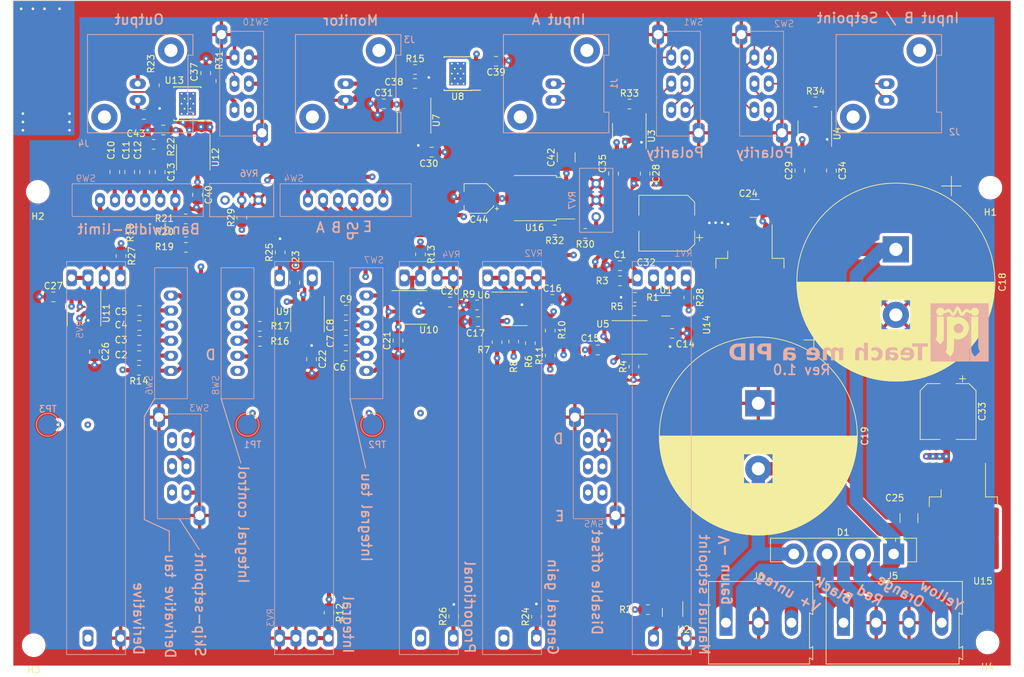
<source format=kicad_pcb>
(kicad_pcb (version 20221018) (generator pcbnew)
  (layers (0 "F.Cu" signal) (1 "In1.Cu" signal) (2 "In2.Cu" signal) (31 "B.Cu" signal) (34 "B.Paste" user) (35 "F.Paste" user) (36 "B.SilkS" user "B.Silkscreen") (37 "F.SilkS" user "F.Silkscreen") (38 "B.Mask" user) (39 "F.Mask" user) (44 "Edge.Cuts" user))
  (net 0 "")
  (net 1 "Net-(U1-K)")
  (net 2 "GND")
  (net 3 "Net-(U2-A)")
  (net 5 "Net-(SW3A-B)")
  (net 6 "Net-(C1-Pad2)")
  (net 10 "Net-(U6--)")
  (net 11 "Net-(U6-+)")
  (net 13 "Net-(J3-In)")
  (net 19 "Net-(U10--)")
  (net 22 "Net-(J1-In)")
  (net 23 "Net-(J1-Ext)")
  (net 24 "Net-(J2-In)")
  (net 25 "Net-(J2-Ext)")
  (net 26 "Net-(J4-In)")
  (net 27 "Input_A")
  (net 28 "Input_B")
  (net 29 "Internal_setpoint")
  (net 30 "Error_signal")
  (net 31 "Net-(SW6-Common)")
  (net 32 "Net-(SW7-Common)")
  (net 33 "Net-(SW1B-B)")
  (net 34 "Net-(SW1A-B)")
  (net 35 "Net-(SW2B-B)")
  (net 36 "Net-(SW2A-B)")
  (net 37 "Net-(C6-Pad1)")
  (net 38 "Net-(U13-OUT)")
  (net 39 "Net-(U13-IN)")
  (net 40 "Net-(C13-Pad2)")
  (net 42 "Net-(U11--)")
  (net 49 "Net-(C2-Pad2)")
  (net 50 "Net-(C3-Pad2)")
  (net 51 "Net-(C4-Pad2)")
  (net 52 "+12V")
  (net 53 "Net-(C5-Pad2)")
  (net 54 "Net-(C6-Pad2)")
  (net 55 "Net-(C7-Pad2)")
  (net 56 "Net-(C8-Pad2)")
  (net 57 "Net-(C9-Pad2)")
  (net 58 "Net-(C10-Pad2)")
  (net 59 "Net-(C11-Pad2)")
  (net 60 "Net-(C12-Pad2)")
  (net 61 "Net-(SW4-Common)")
  (net 62 "Net-(SW9-Common)")
  (net 64 "Net-(U7--)")
  (net 66 "Net-(U8-IN)")
  (net 69 "-12V")
  (net 70 "V+_unreg")
  (net 71 "Net-(SW5A-B)")
  (net 72 "Net-(U5--)")
  (net 74 "V-_unreg")
  (net 75 "/Supply_and_filtering/yellow")
  (net 76 "/Supply_and_filtering/black")
  (net 77 "Vlim-")
  (net 78 "Positive_offset")
  (net 79 "Net-(R18-Pad1)")
  (net 81 "Net-(SW10A-C)")
  (net 82 "Vlim+")
  (net 83 "Net-(R20-Pad1)")
  (net 84 "Net-(R26-Pad1)")
  (net 85 "Net-(U16-ADJ)")
  (net 87 "Net-(R34-Pad2)")
  (net 88 "Net-(R34-Pad1)")
  (net 89 "Net-(R33-Pad2)")
  (net 90 "Net-(R33-Pad1)")
  (net 91 "Net-(R30-Pad1)")
  (net 92 "Net-(R28-Pad2)")
  (net 93 "Net-(R27-Pad2)")
  (net 94 "Net-(R25-Pad1)")
  (net 95 "Net-(R24-Pad1)")
  (net 96 "Net-(R17-Pad1)")
  (net 97 "Net-(R16-Pad1)")
  (net 98 "Net-(R12-Pad2)")
  (net 99 "Net-(R11-Pad1)")
  (net 100 "Net-(R10-Pad1)")
  (footprint "Capacitor_SMD:C_0805_2012Metric" (layer "F.Cu") (at 147.189785 80.164186 -90)
    (fp_text reference "C22")
    (fp_text value "100nF")
  )
  (footprint "Capacitor_SMD:C_0805_2012Metric" (layer "F.Cu") (at 198.12 51.816 -90)
    (fp_text reference "C28")
    (fp_text value "100nF")
  )
  (footprint "Capacitor_SMD:C_0805_2012Metric" (layer "F.Cu") (at 221.742 51.374 90)
    (fp_text reference "C29")
    (fp_text value "100nF")
  )
  (footprint "Capacitor_SMD:C_0805_2012Metric" (layer "F.Cu") (at 121.579912 42.780399 180)
    (fp_text reference "C36" hide)
    (fp_text value "100nF")
  )
  (footprint "Capacitor_SMD:C_0805_2012Metric" (layer "F.Cu") (at 194.274556 65.888588)
    (fp_text reference "C1")
    (fp_text value "100n")
  )
  (footprint "Capacitor_SMD:C_0805_2012Metric" (layer "F.Cu") (at 165.52133 48.543772)
    (fp_text reference "C30")
    (fp_text value "100nF")
  )
  (footprint "Package_SO:SOIC-8_3.9x4.9mm_P1.27mm" (layer "F.Cu") (at 162.838107 43.730715 -90)
    (fp_text reference "U7")
    (fp_text value "OPA189")
  )
  (footprint "Resistor_SMD:R_0805_2012Metric" (layer "F.Cu") (at 127.992374 60.765575 180)
    (fp_text reference "R20")
    (fp_text value "10k")
  )
  (footprint "Capacitor_SMD:C_0805_2012Metric" (layer "F.Cu") (at 120.90049 75.016237)
    (fp_text reference "C4")
    (fp_text value "1n")
  )
  (footprint "Capacitor_SMD:C_0805_2012Metric" (layer "F.Cu") (at 158.22133 41.177772)
    (fp_text reference "C31")
    (fp_text value "100nF")
  )
  (footprint "Package_SO:SOIC-8_3.9x4.9mm_P1.27mm" (layer "F.Cu") (at 129.135539 49.348999 -90)
    (fp_text reference "U12")
    (fp_text value "OPA189")
  )
  (footprint "Resistor_SMD:R_0805_2012Metric" (layer "F.Cu") (at 204.791002 70.748588 90)
    (fp_text reference "R28")
    (fp_text value "1k")
  )
  (footprint "Capacitor_SMD:C_1210_3225Metric" (layer "F.Cu") (at 238.4 104.425 -90)
    (fp_text reference "C25")
    (fp_text value "10uF")
  )
  (footprint "MountingHole:MountingHole_3.2mm_M3_ISO14580" (layer "F.Cu") (at 250.825 53.975 180)
    (fp_text reference "H1")
    (fp_text value "MountingHole")
  )
  (footprint "Resistor_SMD:R_0805_2012Metric" (layer "F.Cu") (at 136.551318 58.550748 90)
    (fp_text reference "R29")
    (fp_text value "DNP")
  )
  (footprint "Capacitor_SMD:C_0805_2012Metric" (layer "F.Cu") (at 152.432846 72.67538)
    (fp_text reference "C9")
    (fp_text value "1uF")
  )
  (footprint "Capacitor_SMD:CP_Elec_8x6.9" (layer "F.Cu") (at 244.374513 88.157 -90)
    (fp_text reference "C33")
    (fp_text value "220uF")
  )
  (footprint "Resistor_SMD:R_0805_2012Metric" (layer "F.Cu") (at 196.410057 81.293772 90)
    (fp_text reference "R4")
    (fp_text value "10k")
  )
  (footprint "Package_TO_SOT_SMD:SOT-23" (layer "F.Cu") (at 201.295 72.009)
    (fp_text reference "U1")
    (fp_text value "LM4040DBZ-5")
  )
  (footprint "Capacitor_SMD:C_0805_2012Metric" (layer "F.Cu") (at 121.715637 51.594852 -90)
    (fp_text reference "C12")
    (fp_text value "1n")
  )
  (footprint "Resistor_SMD:R_0805_2012Metric" (layer "F.Cu") (at 224.1315 40.894)
    (fp_text reference "R34")
    (fp_text value "DNP")
  )
  (footprint "Resistor_SMD:R_0805_2012Metric" (layer "F.Cu") (at 163.82039 64.163347 -90)
    (fp_text reference "R13")
    (fp_text value "10k")
  )
  (footprint "Resistor_SMD:R_0805_2012Metric" (layer "F.Cu") (at 196.5725 70.739 180)
    (fp_text reference "R1")
    (fp_text value "R_US")
  )
  (footprint "MountingHole:MountingHole_3.2mm_M3_ISO14580" (layer "F.Cu") (at 105.41 54.61 180)
    (fp_text reference "H2")
    (fp_text value "MountingHole")
  )
  (footprint "Capacitor_SMD:C_0805_2012Metric" (layer "F.Cu") (at 190.891612 78.752855)
    (fp_text reference "C15")
    (fp_text value "100nF")
  )
  (footprint "Capacitor_SMD:C_0805_2012Metric" (layer "F.Cu") (at 129.785632 55.066256 -90)
    (fp_text reference "C40")
    (fp_text value "100nF")
  )
  (footprint "Capacitor_SMD:CP_Elec_4x5.8" (layer "F.Cu") (at 172.742 55.626 180)
    (fp_text reference "C44")
    (fp_text value "22uF")
  )
  (footprint "Resistor_SMD:R_0805_2012Metric" (layer "F.Cu") (at 123.19 38.354 90)
    (fp_text reference "R23")
    (fp_text value "50")
  )
  (footprint "Resistor_SMD:R_0805_2012Metric" (layer "F.Cu") (at 198.5385 118.394)
    (fp_text reference "R2")
    (fp_text value "R_US")
  )
  (footprint "Resistor_SMD:R_0805_2012Metric" (layer "F.Cu") (at 172.444488 71.886973)
    (fp_text reference "R9")
    (fp_text value "10k")
  )
  (footprint "lib:TI_SO-PowerPAD-8_ThermalVias" (layer "F.Cu") (at 128.246539 41.158999 180)
    (fp_text reference "U13")
    (fp_text value "BUF634A")
  )
  (footprint "Capacitor_THT:CP_Radial_D30.0mm_P10.00mm_SnapIn" (layer "F.Cu") (at 215.4 86.9 -90)
    (fp_text reference "C19")
    (fp_text value "22mF")
  )
  (footprint "Resistor_SMD:R_0805_2012Metric" (layer "F.Cu") (at 162.99755 35.931061 180)
    (fp_text reference "R15")
    (fp_text value "50")
  )
  (footprint "Package_SO:SOIC-8_3.9x4.9mm_P1.27mm" (layer "F.Cu") (at 162.879 72.263)
    (fp_text reference "U10")
    (fp_text value "OPA189")
  )
  (footprint "Resistor_SMD:R_0805_2012Metric" (layer "F.Cu") (at 183.628521 75.7955 90)
    (fp_text reference "R10")
    (fp_text value "10k")
  )
  (footprint "Package_TO_SOT_SMD:TO-263-3_TabPin2" (layer "F.Cu") (at 246.701513 106.01 -90)
    (fp_text reference "U15")
    (fp_text value "LM2990SX-12")
  )
  (footprint "Package_SO:SOIC-8_3.9x4.9mm_P1.27mm" (layer "F.Cu") (at 196.490347 76.84471)
    (fp_text reference "U5")
    (fp_text value "OPA189")
  )
  (footprint "Capacitor_SMD:C_0805_2012Metric" (layer "F.Cu") (at 120.870822 79.616208)
    (fp_text reference "C2")
    (fp_text value "DNP")
  )
  (footprint "Capacitor_SMD:C_0805_2012Metric" (layer "F.Cu") (at 152.43689 74.994304)
    (fp_text reference "C8")
    (fp_text value "100nF")
  )
  (footprint "Capacitor_SMD:C_0805_2012Metric" (layer "F.Cu") (at 120.887282 77.281078)
    (fp_text reference "C3")
    (fp_text value "100p")
  )
  (footprint "Capacitor_SMD:C_0805_2012Metric" (layer "F.Cu") (at 152.422514 79.619652)
    (fp_text reference "C6")
    (fp_text value "1nF")
  )
  (footprint "Capacitor_SMD:C_0805_2012Metric" (layer "F.Cu") (at 117.156038 51.594852 -90)
    (fp_text reference "C10")
    (fp_text value "DNP")
  )
  (footprint "Resistor_SMD:R_0805_2012Metric" (layer "F.Cu") (at 121.158 60.8565 90)
    (fp_text reference "R18")
    (fp_text value "10k")
  )
  (footprint "Resistor_SMD:R_0805_2012Metric" (layer "F.Cu") (at 184.31852 60.415319 180)
    (fp_text reference "R32")
    (fp_text value "330")
  )
  (footprint "Capacitor_SMD:C_0805_2012Metric" (layer "F.Cu") (at 226.568 51.374 -90)
    (fp_text reference "C34")
    (fp_text value "100nF")
  )
  (footprint "Capacitor_SMD:C_0805_2012Metric" (layer "F.Cu") (at 119.423514 51.594852 -90)
    (fp_text reference "C11")
    (fp_text value "100p")
  )
  (footprint "Capacitor_SMD:C_0805_2012Metric" (layer "F.Cu") (at 124.561875 45.174552 180)
    (fp_text reference "C43")
    (fp_text value "100nF")
  )
  (footprint "Capacitor_SMD:C_0805_2012Metric" (layer "F.Cu") (at 144.633302 68.478119 -90)
    (fp_text reference "C23")
    (fp_text value "100nF")
  )
  (footprint "Resistor_SMD:R_0805_2012Metric" (layer "F.Cu") (at 120.834074 81.848528 180)
    (fp_text reference "R14")
    (fp_text value "220")
  )
  (footprint "Capacitor_SMD:C_0805_2012Metric" (layer "F.Cu") (at 202.238358 76.214741)
    (fp_text reference "C14")
    (fp_text value "100nF")
  )
  (footprint "Resistor_SMD:R_0805_2012Metric" (layer "F.Cu") (at 195.7305 41.214)
    (fp_text reference "R33")
    (fp_text value "DNP")
  )
  (footprint "Resistor_SMD:R_0805_2012Metric" (layer "F.Cu") (at 118.104184 64.407867 -90)
    (fp_text reference "R27")
    (fp_text value "1k")
  )
  (footprint "Resistor_SMD:R_0805_2012Metric" (layer "F.Cu") (at 181.526556 119.47559 90)
    (fp_text reference "R24")
    (fp_text value "1k")
  )
  (footprint "Capacitor_SMD:C_0805_2012Metric" (layer "F.Cu") (at 124.068857 51.605314 -90)
    (fp_text reference "C13")
    (fp_text value "10n")
  )
  (footprint "Capacitor_SMD:C_0805_2012Metric" (layer "F.Cu") (at 172.625343 74.422)
    (fp_text reference "C17")
    (fp_text value "100nF")
  )
  (footprint "Capacitor_SMD:C_0805_2012Metric" (layer "F.Cu") (at 162.989872 38.064769 180)
    (fp_text reference "C38")
    (fp_text value "100nF")
  )
  (footprint "Capacitor_SMD:C_0805_2012Metric" (layer "F.Cu") (at 193.294 51.816 90)
    (fp_text reference "C35")
    (fp_text value "100nF")
  )
  (footprint "Resistor_SMD:R_0805_2012Metric" (layer "F.Cu") (at 139.316151 77.441179)
    (fp_text reference "R16")
    (fp_text value "1M")
  )
  (footprint "Package_SO:SOIC-8_3.9x4.9mm_P1.27mm" (layer "F.Cu") (at 112.452857 73.149542 -90)
    (fp_text reference "U11")
    (fp_text value "OPA189")
  )
  (footprint "Capacitor_SMD:C_0805_2012Metric" (layer "F.Cu") (at 107.771027 70.654882)
    (fp_text reference "C27")
    (fp_text value "100nF")
  )
  (footprint "Capacitor_SMD:C_0805_2012Metric" (layer "F.Cu") (at 120.907344 72.734573)
    (fp_text reference "C5")
    (fp_text value "10n")
  )
  (footprint "Diode_THT:Diode_Bridge_Vishay_GBU" (layer "F.Cu") (at 236.06 109.9 180)
    (fp_text reference "D1")
    (fp_text value "GBU4A")
  )
  (footprint "MountingHole:MountingHole_3.2mm_M3_ISO14580" (layer "F.Cu") (at 250.4 123.4 180)
    (fp_text reference "H4")
    (fp_text value "MountingHole")
  )
  (footprint "Resistor_SMD:R_0805_2012Metric" (layer "F.Cu") (at 188.976 60.96 180)
    (fp_text reference "R30")
    (fp_text value "1k")
  )
  (footprint "Resistor_SMD:R_0805_2012Metric" (layer "F.Cu") (at 139.28948 75.144498)
    (fp_text reference "R17")
    (fp_text value "10M")
  )
  (footprint "TerminalBlock:TerminalBlock_Altech_AK300-3_P5.00mm" (layer "F.Cu") (at 210.46 120.4)
    (fp_text reference "J6")
    (fp_text value "Screw_Terminal_01x03")
  )
  (footprint "Capacitor_SMD:C_0805_2012Metric" (layer "F.Cu") (at 131.037208 36.484266 -90)
    (fp_text reference "C37")
    (fp_text value "100nF")
  )
  (footprint "Package_SO:SOIC-8_3.9x4.9mm_P1.27mm" (layer "F.Cu") (at 146.569003 74.028337 -90)
    (fp_text reference "U9")
    (fp_text value "OPA189")
  )
  (footprint "MountingHole:MountingHole_3.2mm_M3_ISO14580" (layer "F.Cu") (at 104.775 123.825 180)
    (fp_text reference "H3")
    (fp_text value "MountingHole")
  )
  (footprint "Capacitor_SMD:C_0805_2012Metric" (layer "F.Cu") (at 160.388639 77.327554 90)
    (fp_text reference "C21")
    (fp_text value "100nF")
  )
  (footprint "Resistor_SMD:R_0805_2012Metric" (layer "F.Cu") (at 183.628521 79.6055 90)
    (fp_text reference "R11")
    (fp_text value "10k")
  )
  (footprint "Package_SO:SOIC-8_3.9x4.9mm_P1.27mm" (layer "F.Cu") (at 224.028 45.72 -90)
    (fp_text reference "U4")
    (fp_text value "INA849")
  )
  (footprint "Resistor_SMD:R_0805_2012Metric" (layer "F.Cu") (at 128.00855 63.09334 180)
    (fp_text reference "R19")
    (fp_text value "10k")
  )
  (footprint "Package_TO_SOT_SMD:SOT-23" (layer "F.Cu") (at 202.311 118.8235 -90)
    (fp_text reference "U2")
    (fp_text value "LM4040DBZ-5")
  )
  (footprint "Resistor_SMD:R_0805_2012Metric" (layer "F.Cu") (at 142.394771 63.8575 90)
    (fp_text reference "R25")
    (fp_text value "1k")
  )
  (footprint "Capacitor_SMD:C_0805_2012Metric" (layer "F.Cu") (at 152.43689 77.278515)
    (fp_text reference "C7")
    (fp_text value "10nF")
  )
  (footprint "Capacitor_SMD:C_0805_2012Metric" (layer "F.Cu") (at 175.356175 34.668646 180)
    (fp_text reference "C39")
    (fp_text value "100nF")
  )
  (footprint "Resistor_SMD:R_0805_2012Metric" (layer "F.Cu") (at 194.286284 68.208047 180)
    (fp_text reference "R3")
    (fp_text value "10k")
  )
  (footprint "Capacitor_SMD:C_0805_2012Metric" (layer "F.Cu") (at 183.948521 71.044749)
    (fp_text reference "C16")
    (fp_text value "100nF")
  )
  (footprint "Capacitor_SMD:C_1210_3225Metric" (layer "F.Cu") (at 214.835 57.15 180)
    (fp_text reference "C24")
    (fp_text value "10uF")
  )
  (footprint "Resistor_SMD:R_0805_2012Metric" (layer "F.Cu") (at 123.076947 47.365468 180)
    (fp_text reference "R22")
    (fp_text value "10k")
  )
  (footprint "Capacitor_SMD:C_0805_2012Metric" (layer "F.Cu") (at 114.054319 79.000749 -90)
    (fp_text reference "C26")
    (fp_text value "100nF")
  )
  (footprint "Package_TO_SOT_SMD:TO-252-2" (layer "F.Cu") (at 181.245914 55.572853 180)
    (fp_text reference "U16")
    (fp_text value "LM317_TO-252")
  )
  (footprint "Resistor_SMD:R_0805_2012Metric" (layer "F.Cu") (at 180.594 77.724 90)
    (fp_text reference "R6")
    (fp_text value "10k")
  )
  (footprint "Capacitor_SMD:CP_Elec_8x6.9" (layer "F.Cu") (at 201.425 59.4 180)
    (fp_text reference "C32")
    (fp_text value "220uF")
  )
  (footprint "Resistor_SMD:R_0805_2012Metric" (layer "F.Cu") (at 196.501347 72.767739)
    (fp_text reference "R5")
    (fp_text value "10k")
  )
  (footprint "Capacitor_SMD:C_1210_3225Metric" (layer "F.Cu") (at 186.068098 49.355458 90)
    (fp_text reference "C42")
    (fp_text value "10uF")
  )
  (footprint "Capacitor_THT:CP_Radial_D30.0mm_P10.00mm_SnapIn" (layer "F.Cu") (at 236.4 63.4 -90)
    (fp_text reference "C18")
    (fp_text value "22mF")
  )
  (footprint "Package_SO:SOIC-8_3.9x4.9mm_P1.27mm" (layer "F.Cu") (at 178.160406 72.481901)
    (fp_text reference "U6")
    (fp_text value "OPA189")
  )
  (footprint "Resistor_SMD:R_0805_2012Metric" (layer "F.Cu") (at 168.91 119.42372 90)
    (fp_text reference "R26")
    (fp_text value "1k")
  )
  (footprint "Resistor_SMD:R_0805_2012Metric" (layer "F.Cu") (at 175.514 77.5735 90)
    (fp_text reference "R7")
    (fp_text value "10k")
  )
  (footprint "Package_TO_SOT_SMD:TO-263-3_TabPin2" (layer "F.Cu") (at 214.122 69.596 -90)
    (fp_text reference "U14")
    (fp_text value "LM2940CS-12/NOPB")
  )
  (footprint "Package_SO:SOIC-8_3.9x4.9mm_P1.27mm" (layer "F.Cu") (at 195.707 46.105 -90)
    (fp_text reference "U3")
    (fp_text value "INA849")
  )
  (footprint "Resistor_SMD:R_0805_2012Metric" (layer "F.Cu") (at 149.86 118.872 -90)
    (fp_text reference "R12")
    (fp_text value "10k")
  )
  (footprint "Resistor_SMD:R_0805_2012Metric" (layer "F.Cu") (at 127.991476 58.745812)
    (fp_text reference "R21")
    (fp_text value "10k")
  )
  (footprint "Capacitor_SMD:C_0805_2012Metric" (layer "F.Cu") (at 168.344283 71.452427)
    (fp_text reference "C20")
    (fp_text value "100nF")
  )
  (footprint "lib:TI_SO-PowerPAD-8_ThermalVias" (layer "F.Cu") (at 169.506512 36.564772 180)
    (fp_text reference "U8")
    (fp_text value "BUF634A")
  )
  (footprint "Resistor_SMD:R_0805_2012Metric" (layer "F.Cu") (at 178.054 77.47 90)
    (fp_text reference "R8")
    (fp_text value "10k")
  )
  (footprint "TerminalBlock:TerminalBlock_Altech_AK300-4_P5.00mm" (layer "F.Cu") (at 228.4 120.4)
    (fp_text reference "J5")
    (fp_text value "Screw_Terminal_01x04")
  )
  (footprint "Resistor_SMD:R_0805_2012Metric" (layer "F.Cu") (at 133.343552 37.676212 90)
    (fp_text reference "R31")
    (fp_text value "1k")
  )
  (footprint "lib:SLB1470" (layer "B.Cu") (at 135.89 76.2)
    (fp_text reference "SW8")
    (fp_text value "SW_SP4T")
  )
  (footprint "lib:SLB1470" (layer "B.Cu") (at 120.65 55.88 -90)
    (fp_text reference "SW9")
    (fp_text value "SW_SP4T")
  )
  (footprint "lib:BNC_Amphenol_031-5539_Vertical" (layer "B.Cu") (at 120.65 38.1 -90)
    (fp_text reference "J4")
    (fp_text value "Output")
  )
  (footprint "lib:Slide_pot_45mm" (layer "B.Cu") (at 146.05 95.25)
    (fp_text reference "RV3")
    (fp_text value "100k")
  )
  (footprint "lib:Slide_pot_45mm" (layer "B.Cu") (at 165.1 95.25 180)
    (fp_text reference "RV4")
    (fp_text value "100k")
  )
  (footprint "lib:MHS222" (layer "B.Cu") (at 190.5 96.52 90)
    (fp_text reference "SW5")
    (fp_text value "SW_DPDT_x2")
  )
  (footprint "lib:MHS222" (layer "B.Cu") (at 203.2 38.1 -90)
    (fp_text reference "SW1")
    (fp_text value "SW_DPDT_x2")
  )
  (footprint "lib:Slide_pot_45mm" (layer "B.Cu") (at 114.3 95.25 180)
    (fp_text reference "RV5")
    (fp_text value "100k")
  )
  (footprint "lib:Slide_pot_45mm" (layer "B.Cu") (at 200.66 95.25 180)
    (fp_text reference "RV1")
    (fp_text value "100k")
  )
  (footprint "Potentiometer_THT:Potentiometer_Bourns_3296W_Vertical" (layer "B.Cu") (at 139.065 55.88)
    (fp_text reference "RV6")
    (fp_text value "10K")
  )
  (footprint "lib:JQI_LOGO_NEGATIVE-SILKSCREEN" (layer "B.Cu") (at 250.573 80.52 180)
    (fp_text reference "LOGO3" hide)
    (fp_text value "JQI-LOGOSILK" hide)
  )
  (footprint "lib:MHS222" (layer "B.Cu") (at 127 96.52 90)
    (fp_text reference "SW3")
    (fp_text value "SW_DPDT_x2")
  )
  (footprint "Potentiometer_THT:Potentiometer_Bourns_3296W_Vertical" (layer "B.Cu") (at 190.647006 58.437475 -90)
    (fp_text reference "RV7")
    (fp_text value "2k")
  )
  (footprint "TestPoint:TestPoint_Pad_D3.0mm" (layer "B.Cu") (at 137.414 90.17 180)
    (fp_text reference "TP1")
    (fp_text value "TestPoint")
  )
  (footprint "TestPoint:TestPoint_Pad_D3.0mm" (layer "B.Cu") (at 106.934 90.17 180)
    (fp_text reference "TP3")
    (fp_text value "TestPoint")
  )
  (footprint "lib:MHS222" (layer "B.Cu") (at 136.525 38.1 90)
    (fp_text reference "SW10")
    (fp_text value "SW_DPDT_x2")
  )
  (footprint "TestPoint:TestPoint_Pad_D3.0mm" (layer "B.Cu") (at 156.464 90.17 180)
    (fp_text reference "TP2")
    (fp_text value "TestPoint")
  )
  (footprint "lib:MHS222" (layer "B.Cu") (at 215.9 38.1 90)
    (fp_text reference "SW2")
    (fp_text value "SW_DPDT_x2")
  )
  (footprint "lib:SLB1470" (layer "B.Cu") (at 152.4 55.88 -90)
    (fp_text reference "SW4")
    (fp_text value "SW_SP4T")
  )
  (footprint "lib:BNC_Amphenol_031-5539_Vertical" (layer "B.Cu") (at 234.95 38.1 -90)
    (fp_text reference "J2")
    (fp_text value "Input B / Setpoint")
  )
  (footprint "lib:SLB1470" (layer "B.Cu") (at 155.575 76.2)
    (fp_text reference "SW7")
    (fp_text value "SW_SP4T")
  )
  (footprint "lib:BNC_Amphenol_031-5539_Vertical" (layer "B.Cu") (at 184.15 38.1 -90)
    (fp_text reference "J1")
    (fp_text value "Input A")
  )
  (footprint "lib:SLB1470" (layer "B.Cu") (at 125.73 76.2)
    (fp_text reference "SW6")
    (fp_text value "SW_SP4T")
  )
  (footprint "lib:Slide_pot_45mm" (layer "B.Cu") (at 177.8 95.25 180)
    (fp_text reference "RV2")
    (fp_text value "100k")
  )
  (footprint "lib:BNC_Amphenol_031-5539_Vertical" (layer "B.Cu") (at 152.4 38.1 -90)
    (fp_text reference "J3")
    (fp_text value "Monitor")
  )
  (gr_line (start 136.398 96.012) (end 133.39 86.2) (stroke (width 0.15)) (layer "B.SilkS"))
  (gr_line (start 125.476 109.474) (end 125.476 106.426) (stroke (width 0.15)) (layer "B.SilkS"))
  (gr_line (start 130.048 109.22) (end 127 104.52) (stroke (width 0.15)) (layer "B.SilkS"))
  (gr_line (start 121.666 88.9) (end 123.23 86.2) (stroke (width 0.15)) (layer "B.SilkS"))
  (gr_line (start 155.448 96.774) (end 153.075 86.2) (stroke (width 0.15)) (layer "B.SilkS"))
  (gr_line (start 125.476 106.426) (end 121.666 104.648) (stroke (width 0.15)) (layer "B.SilkS"))
  (gr_line (start 121.666 104.648) (end 121.666 88.9) (stroke (width 0.15)) (layer "B.SilkS"))
  (gr_line (start 254 25.4) (end 101.6 25.4) (stroke (width 0.1)) (layer "Edge.Cuts"))
  (gr_line (start 101.6 25.4) (end 101.6 127) (stroke (width 0.1)) (layer "Edge.Cuts"))
  (gr_line (start 254 127) (end 101.6 127) (stroke (width 0.1)) (layer "Edge.Cuts"))
  (gr_line (start 254 25.4) (end 254 127) (stroke (width 0.1)) (layer "Edge.Cuts"))
  (gr_text "Red\n" (at 233.934 118.11 330) (layer "B.SilkS") (effects (font (size 1.5 1.5) (thickness 0.3) bold) (justify left bottom mirror)))
  (gr_text "Teach me a PID" (at 241.3 80.772) (layer "B.SilkS") (effects (font (size 2.54 2.54) (thickness 0.254) bold) (justify left bottom mirror)))
  (gr_text "V- unreg" (at 211.074 106.934 90) (layer "B.SilkS") (effects (font (size 1.5 1.5) (thickness 0.3) bold) (justify left bottom mirror)))
  (gr_text "Skip-setpoint" (at 129.286 125.73 270) (layer "B.SilkS") (effects (font (size 1.524 1.524) (thickness 0.254) bold) (justify left bottom mirror)))
  (gr_text "B" (at 151.892 60.96) (layer "B.SilkS") (effects (font (size 1.524 1.524) (thickness 0.254) bold) (justify left bottom mirror)))
  (gr_text "Orange\n" (at 240.284 118.364 330) (layer "B.SilkS") (effects (font (size 1.5 1.5) (thickness 0.3) bold) (justify left bottom mirror)))
  (gr_text "Black" (at 229.362 117.856 330) (layer "B.SilkS") (effects (font (size 1.5 1.5) (thickness 0.3) bold) (justify left bottom mirror)))
  (gr_text "General gain" (at 183.134 125.476 -90) (layer "B.SilkS") (effects (font (size 1.524 1.524) (thickness 0.254) bold) (justify left bottom mirror)))
  (gr_text "Disable offset" (at 189.865 122.428 270) (layer "B.SilkS") (effects (font (size 1.524 1.524) (thickness 0.254) bold) (justify left bottom mirror)))
  (gr_text "Derivative tau" (at 124.714 125.984 270) (layer "B.SilkS") (effects (font (size 1.524 1.524) (thickness 0.254) bold) (justify left bottom mirror)))
  (gr_text "Integral tau" (at 154.686 111.252 270) (layer "B.SilkS") (effects (font (size 1.524 1.524) (thickness 0.254) bold) (justify left bottom mirror)))
  (gr_text "V+ unreg" (at 224.282 119.126 330) (layer "B.SilkS") (effects (font (size 1.5 1.5) (thickness 0.3) bold) (justify left bottom mirror)))
  (gr_text "E" (at 185.928 105.029) (layer "B.SilkS") (effects (font (size 1.524 1.524) (thickness 0.254) bold) (justify left bottom mirror)))
  (gr_text "Polarity" (at 207.264 49.53) (layer "B.SilkS") (effects (font (size 1.524 1.524) (thickness 0.254) bold) (justify left bottom mirror)))
  (gr_text "Integral control" (at 135.89 114.554 270) (layer "B.SilkS") (effects (font (size 1.524 1.524) (thickness 0.254) bold) (justify left bottom mirror)))
  (gr_text "E" (at 156.591 60.833) (layer "B.SilkS") (effects (font (size 1.524 1.524) (thickness 0.254) bold) (justify left bottom mirror)))
  (gr_text "SP" (at 154.432 58.928 90) (layer "B.SilkS") (effects (font (size 1.524 1.524) (thickness 0.254) bold) (justify left bottom mirror)))
  (gr_text "Integral" (at 151.892 125.222 270) (layer "B.SilkS") (effects (font (size 1.524 1.524) (thickness 0.254) bold) (justify left bottom mirror)))
  (gr_text "D" (at 185.801 93.218) (layer "B.SilkS") (effects (font (size 1.524 1.524) (thickness 0.254) bold) (justify left bottom mirror)))
  (gr_text "D" (at 132.715 80.391) (layer "B.SilkS") (effects (font (size 1.524 1.524) (thickness 0.254) bold) (justify left bottom mirror)))
  (gr_text "Manual setpoint" (at 206.248 125.476 270) (layer "B.SilkS") (effects (font (size 1.524 1.524) (thickness 0.254) bold) (justify left bottom mirror)))
  (gr_text "Bandwidth-limit" (at 130.302 61.214) (layer "B.SilkS") (effects (font (size 1.524 1.524) (thickness 0.254) bold) (justify left bottom mirror)))
  (gr_text "Yellow" (at 246.126 118.872 330) (layer "B.SilkS") (effects (font (size 1.5 1.5) (thickness 0.3) bold) (justify left bottom mirror)))
  (gr_text "Proportional" (at 170.434 125.222 270) (layer "B.SilkS") (effects (font (size 1.524 1.524) (thickness 0.254) bold) (justify left bottom mirror)))
  (gr_text "Rev 1.0" (at 226.568 82.677) (layer "B.SilkS") (effects (font (size 1.524 1.524) (thickness 0.254) bold) (justify left bottom mirror)))
  (gr_text "Polarity" (at 220.98 49.53) (layer "B.SilkS") (effects (font (size 1.524 1.524) (thickness 0.254) bold) (justify left bottom mirror)))
  (gr_text "A" (at 149.352 60.96) (layer "B.SilkS") (effects (font (size 1.524 1.524) (thickness 0.254) bold) (justify left bottom mirror)))
  (gr_text "Derivative" (at 119.888 125.476 270) (layer "B.SilkS") (effects (font (size 1.524 1.524) (thickness 0.254) bold) (justify left bottom mirror)))
  (segment (start 199.202 71.059) (end 198.882 70.739) (width 0.635) (layer "F.Cu") (net 1))
  (segment (start 199.41 67.75) (end 199.41 70.211) (width 0.635) (layer "F.Cu") (net 1))
  (segment (start 198.882 70.739) (end 197.485 70.739) (width 0.635) (layer "F.Cu") (net 1))
  (segment (start 199.41 70.211) (end 198.882 70.739) (width 0.635) (layer "F.Cu") (net 1))
  (segment (start 200.3575 71.059) (end 199.202 71.059) (width 0.635) (layer "F.Cu") (net 1))
  (segment (start 145.915802 71.535136) (end 145.934003 71.553337) (width 0.635) (layer "F.Cu") (net 2))
  (segment (start 214.122 61.946) (end 213.501145 61.325145) (width 0.635) (layer "F.Cu") (net 2))
  (segment (start 128.500539 46.873999) (end 128.500539 45.228448) (width 0.635) (layer "F.Cu") (net 2))
  (segment (start 131.037208 34.310494) (end 131.087761 34.259941) (width 0.635) (layer "F.Cu") (net 2))
  (segment (start 169.294283 71.452427) (end 170.014078 71.452427) (width 0.635) (layer "F.Cu") (net 2))
  (segment (start 120.65 42.760311) (end 120.629912 42.780399) (width 0.635) (layer "F.Cu") (net 2))
  (segment (start 144.633302 65.932698) (end 144.78 65.786) (width 0.635) (layer "F.Cu") (net 2))
  (segment (start 158.496 38.1) (end 162.004641 38.1) (width 0.635) (layer "F.Cu") (net 2))
  (segment (start 111.817857 72.132269) (end 111.82809 72.142502) (width 0.635) (layer "F.Cu") (net 2))
  (segment (start 170.014078 71.452427) (end 170.434 71.872349) (width 0.635) (layer "F.Cu") (net 2))
  (segment (start 128.500539 45.228448) (end 128.543805 45.185182) (width 0.635) (layer "F.Cu") (net 2))
  (segment (start 171.531988 71.886973) (end 170.448624 71.886973) (width 1.016) (layer "F.Cu") (net 2))
  (segment (start 131.037208 35.534266) (end 131.037208 34.310494) (width 0.635) (layer "F.Cu") (net 2))
  (segment (start 170.448624 71.886973) (end 170.434 71.872349) (width 0.635) (layer "F.Cu") (net 2))
  (segment (start 144.633302 67.528119) (end 144.633302 65.932698) (width 0.635) (layer "F.Cu") (net 2))
  (segment (start 120.65 40.64) (end 120.65 42.760311) (width 0.635) (layer "F.Cu") (net 2))
  (segment (start 170.434 69.85) (end 169.164 69.85) (width 0.635) (layer "F.Cu") (net 2))
  (segment (start 123.611875 45.174552) (end 122.183709 45.174552) (width 0.635) (layer "F.Cu") (net 2))
  (segment (start 121.158 45.212) (end 120.65 44.704) (width 0.635) (layer "F.Cu") (net 2))
  (segment (start 171.675343 74.422) (end 170.659343 74.422) (width 0.635) (layer "F.Cu") (net 2))
  (segment (start 122.183709 45.174552) (end 122.170492 45.187769) (width 0.635) (layer "F.Cu") (net 2))
  (segment (start 152.4 40.64) (end 153.416 40.64) (width 0.635) (layer "F.Cu") (net 2))
  (segment (start 169.164 69.85) (end 168.85 69.536) (width 0.635) (layer "F.Cu") (net 2))
  (segment (start 162.004641 38.1) (end 162.039872 38.064769) (width 0.635) (layer "F.Cu") (net 2))
  (segment (start 213.501145 61.325145) (end 213.501145 57.291145) (width 0.635) (layer "F.Cu") (net 2))
  (segment (start 157.226 39.37) (end 158.496 38.1) (width 0.635) (layer "F.Cu") (net 2))
  (segment (start 145.915802 70.301064) (end 145.915802 71.535136) (width 0.635) (layer "F.Cu") (net 2))
  (segment (start 122.146261 45.212) (end 121.158 45.212) (width 0.635) (layer "F.Cu") (net 2))
  (segment (start 171.531988 70.947988) (end 170.434 69.85) (width 0.635) (layer "F.Cu") (net 2))
  (segment (start 213.501145 57.291145) (end 213.36 57.15) (width 0.635) (layer "F.Cu") (net 2))
  (segment (start 168.85 69.536) (end 168.85 67.75) (width 0.635) (layer "F.Cu") (net 2))
  (segment (start 120.65 44.704) (end 120.65 42.800487) (width 0.635) (layer "F.Cu") (net 2))
  (segment (start 111.817857 70.674542) (end 111.817857 72.132269) (width 0.635) (layer "F.Cu") (net 2))
  (segment (start 122.170492 45.187769) (end 122.146261 45.212) (width 0.635) (layer "F.Cu") (net 2))
  (segment (start 171.531988 71.886973) (end 171.531988 70.947988) (width 0.635) (layer "F.Cu") (net 2))
  (segment (start 120.65 42.800487) (end 120.629912 42.780399) (width 0.635) (layer "F.Cu") (net 2))
  (segment (start 153.416 40.64) (end 154.686 39.37) (width 0.635) (layer "F.Cu") (net 2))
  (segment (start 154.686 39.37) (end 157.226 39.37) (width 0.635) (layer "F.Cu") (net 2))
  (via (at 195.072 46.99) (size 1.016) (drill 0.4) (layers "F.Cu" "B.Cu") (net 2))
  (via (at 196.400473 53.331925) (size 1.016) (drill 0.4) (layers "F.Cu" "B.Cu") (net 2))
  (via (at 105.664 70.612) (size 1.016) (drill 0.4) (layers "F.Cu" "B.Cu") (net 2))
  (via (at 196.342 83.312) (size 1.016) (drill 0.4) (layers "F.Cu" "B.Cu") (net 2))
  (via (at 110.236 45.212) (size 1.016) (drill 0.4) (layers "F.Cu" "B.Cu") (net 2))
  (via (at 170.434 71.872349) (size 1.016) (drill 0.4) (layers "F.Cu" "B.Cu") (net 2))
  (via (at 156.21 41.148) (size 1.016) (drill 0.4) (layers "F.Cu" "B.Cu") (net 2))
  (via (at 108.712 26.67) (size 1.016) (drill 0.4) (layers "F.Cu" "B.Cu") (net 2))
  (via (at 103.124 42.672) (size 1.016) (drill 0.4) (layers "F.Cu" "B.Cu") (net 2))
  (via (at 110.236 42.672) (size 1.016) (drill 0.4) (layers "F.Cu" "B.Cu") (net 2))
  (via (at 185.914521 71.044749) (size 1.016) (drill 0.4) (layers "F.Cu" "B.Cu") (net 2))
  (via (at 122.170492 45.187769) (size 1.016) (drill 0.4) (layers "F.Cu" "B.Cu") (net 2))
  (via (at 103.124 43.942) (size 1.016) (drill 0.4) (layers "F.Cu" "B.Cu") (net 2))
  (via (at 110.236 43.942) (size 1.016) (drill 0.4) (layers "F.Cu" "B.Cu") (net 2))
  (via (at 177.291756 34.573772) (size 1.016) (drill 0.4) (layers "F.Cu" "B.Cu") (net 2))
  (via (at 128.543805 45.185182) (size 1.016) (drill 0.4) (layers "F.Cu" "B.Cu") (net 2))
  (via (at 129.618976 56.967812) (size 1.016) (drill 0.4) (layers "F.Cu" "B.Cu") (net 2))
  (via (at 199.831535 53.34) (size 1.016) (drill 0.4) (layers "F.Cu" "B.Cu") (net 2))
  (via (at 111.82809 72.142502) (size 1.016) (drill 0.4) (layers "F.Cu" "B.Cu") (net 2))
  (via (at 103.124 45.212) (size 1.016) (drill 0.4) (layers "F.Cu" "B.Cu") (net 2))
  (via (at 145.915802 70.301064) (size 1.016) (drill 0.4) (layers "F.Cu" "B.Cu") (net 2))
  (via (at 131.675863 44.711141) (size 1.016) (drill 0.4) (layers "F.Cu" "B.Cu") (net 2))
  (via (at 170.659343 74.422) (size 1.016) (drill 0.4) (layers "F.Cu" "B.Cu") (net 2))
  (via (at 102.87 26.67) (size 1.016) (drill 0.4) (layers "F.Cu" "B.Cu") (net 2))
  (via (at 160.439828 79.300846) (size 1.016) (drill 0.4) (layers "F.Cu" "B.Cu") (net 2))
  (via (at 147.244577 82.305601) (size 1.016) (drill 0.4) (layers "F.Cu" "B.Cu") (net 2))
  (via (at 106.426 26.67) (size 1.016) (drill 0.4) (layers "F.Cu" "B.Cu") (net 2))
  (via (at 192.278 65.786) (size 1.016) (drill 0.4) (layers "F.Cu" "B.Cu") (net 2))
  (via (at 188.976 78.74) (size 1.016) (drill 0.4) (layers "F.Cu" "B.Cu") (net 2))
  (via (at 104.648 26.67) (size 1.016) (drill 0.4) (layers "F.Cu" "B.Cu") (net 2))
  (via (at 144.78 65.786) (size 1.016) (drill 0.4) (layers "F.Cu" "B.Cu") (net 2))
  (via (at 158.980578 72.910247) (size 1.016) (drill 0.4) (layers "F.Cu" "B.Cu") (net 2))
  (via (at 168.91 55.372) (size 1.016) (drill 0.4) (layers "F.Cu" "B.Cu") (net 2))
  (via (at 157.260179 42.875207) (size 1.016) (drill 0.4) (layers "F.Cu" "B.Cu") (net 2))
  (via (at 130.30453 44.677281) (size 1.016) (drill 0.4) (layers "F.Cu" "B.Cu") (net 2))
  (via (at 204.47 76.2) (size 1.016) (drill 0.4) (layers "F.Cu" "B.Cu") (net 2))
  (via (at 127.563508 43.99633) (size 1.016) (drill 0.4) (layers "F.Cu" "B.Cu") (net 2))
  (via (at 114.055027 81.068882) (size 1.016) (drill 0.4) (layers "F.Cu" "B.Cu") (net 2))
  (via (at 167.55333 48.543772) (size 1.016) (drill 0.4) (layers "F.Cu" "B.Cu") (net 2))
  (via (at 131.087761 34.259941) (size 1.016) (drill 0.4) (layers "F.Cu" "B.Cu") (net 2))
  (segment (start 199.41 121.646) (end 200.533 120.523) (width 0.635) (layer "F.Cu") (net 3))
  (segment (start 200.853 118.394) (end 201.361 117.886) (width 0.635) (layer "F.Cu") (net 3))
  (segment (start 199.41 122.75) (end 199.41 121.646) (width 0.635) (layer "F.Cu") (net 3))
  (segment (start 199.451 118.394) (end 200.853 118.394) (width 0.635) (layer "F.Cu") (net 3))
  (segment (start 200.533 120.523) (end 200.533 118.714) (width 0.635) (layer "F.Cu") (net 3))
  (segment (start 200.533 118.714) (end 200.853 118.394) (width 0.635) (layer "F.Cu") (net 3))
  (segment (start 118.101615 74.863528) (end 118.101615 73.271382) (width 0.635) (layer "F.Cu") (net 5))
  (segment (start 126.492 94.488) (end 128.1 96.096) (width 0.635) (layer "F.Cu") (net 5))
  (segment (start 118.101615 73.271382) (end 118.638424 72.734573) (width 0.635) (layer "F.Cu") (net 5))
  (segment (start 118.778652 79.616208) (end 118.387222 79.224778) (width 0.635) (layer "F.Cu") (net 5))
  (segment (start 116.84 89.154) (end 122.174 94.488) (width 0.635) (layer "F.Cu") (net 5))
  (segment (start 118.101615 77.403528) (end 118.101615 74.863528) (width 0.635) (layer "F.Cu") (net 5))
  (segment (start 117.879222 79.224778) (end 116.84 80.264) (width 0.635) (layer "F.Cu") (net 5))
  (segment (start 118.224065 77.281078) (end 118.101615 77.403528) (width 0.635) (layer "F.Cu") (net 5))
  (segment (start 122.174 94.488) (end 126.492 94.488) (width 0.635) (layer "F.Cu") (net 5))
  (segment (start 118.638424 72.734573) (end 119.957344 72.734573) (width 0.635) (layer "F.Cu") (net 5))
  (segment (start 128.1 96.096) (end 128.1 96.52) (width 0.635) (layer "F.Cu") (net 5))
  (segment (start 116.84 80.264) (end 116.84 89.154) (width 0.635) (layer "F.Cu") (net 5))
  (segment (start 119.95049 75.016237) (end 118.254324 75.016237) (width 0.635) (layer "F.Cu") (net 5))
  (segment (start 118.254324 75.016237) (end 118.101615 74.863528) (width 0.635) (layer "F.Cu") (net 5))
  (segment (start 118.387222 79.224778) (end 118.101615 78.939171) (width 0.635) (layer "F.Cu") (net 5))
  (segment (start 118.101615 78.939171) (end 118.101615 77.403528) (width 0.635) (layer "F.Cu") (net 5))
  (segment (start 119.920822 79.616208) (end 118.778652 79.616208) (width 0.635) (layer "F.Cu") (net 5))
  (segment (start 118.387222 79.224778) (end 117.879222 79.224778) (width 0.635) (layer "F.Cu") (net 5))
  (segment (start 119.937282 77.281078) (end 118.224065 77.281078) (width 0.635) (layer "F.Cu") (net 5))
  (segment (start 195.198784 68.208047) (end 196.237909 68.208047) (width 0.635) (layer "F.Cu") (net 6))
  (segment (start 195.224556 65.888588) (end 195.97918 65.888588) (width 0.635) (layer "F.Cu") (net 6))
  (segment (start 196.237909 68.208047) (end 197.268274 67.177682) (width 0.635) (layer "F.Cu") (net 6))
  (segment (start 195.97918 65.888588) (end 197.268274 67.177682) (width 0.635) (layer "F.Cu") (net 6))
  (segment (start 175.710854 71.872349) (end 177.038 71.872349) (width 0.635) (layer "F.Cu") (net 10))
  (segment (start 173.356988 71.886973) (end 175.645334 71.886973) (width 0.635) (layer "F.Cu") (net 10))
  (segment (start 176.55 67.75) (end 174.05 67.75) (width 0.635) (layer "F.Cu") (net 10))
  (segment (start 175.645334 71.886973) (end 175.685406 71.846901) (width 0.635) (layer "F.Cu") (net 10))
  (segment (start 175.685406 71.846901) (end 175.710854 71.872349) (width 0.635) (layer "F.Cu") (net 10))
  (segment (start 177.8 71.110349) (end 177.8 70.348349) (width 0.635) (layer "F.Cu") (net 10))
  (segment (start 176.55 68.6) (end 176.55 67.75) (width 0.635) (layer "F.Cu") (net 10))
  (segment (start 177.8 70.348349) (end 176.55 69.098349) (width 0.635) (layer "F.Cu") (net 10))
  (segment (start 177.038 71.872349) (end 177.8 71.110349) (width 0.635) (layer "F.Cu") (net 10))
  (segment (start 178.308 75.184) (end 178.562 74.93) (width 0.635) (layer "F.Cu") (net 11))
  (segment (start 175.685406 73.116901) (end 178.008673 73.116901) (width 0.635) (layer "F.Cu") (net 11))
  (segment (start 180.594 75.946) (end 180.086 75.438) (width 0.635) (layer "F.Cu") (net 11))
  (segment (start 178.008673 73.116901) (end 178.548521 73.656749) (width 0.635) (layer "F.Cu") (net 11))
  (segment (start 176.022 75.438) (end 178.054 75.438) (width 0.635) (layer "F.Cu") (net 11))
  (segment (start 178.562 74.93) (end 178.548521 74.916521) (width 0.635) (layer "F.Cu") (net 11))
  (segment (start 180.594 76.8115) (end 180.594 75.946) (width 0.635) (layer "F.Cu") (net 11))
  (segment (start 178.054 75.438) (end 178.308 75.184) (width 0.635) (layer "F.Cu") (net 11))
  (segment (start 178.054 76.5575) (end 178.054 75.438) (width 0.635) (layer "F.Cu") (net 11))
  (segment (start 175.514 76.661) (end 175.514 75.946) (width 0.635) (layer "F.Cu") (net 11))
  (segment (start 178.548521 74.916521) (end 178.548521 73.656749) (width 0.635) (layer "F.Cu") (net 11))
  (segment (start 175.514 75.946) (end 176.022 75.438) (width 0.635) (layer "F.Cu") (net 11))
  (segment (start 178.562 75.438) (end 178.308 75.184) (width 0.635) (layer "F.Cu") (net 11))
  (segment (start 180.086 75.438) (end 178.562 75.438) (width 0.635) (layer "F.Cu") (net 11))
  (segment (start 152.4 38.1) (end 156.464 38.1) (width 0.635) (layer "F.Cu") (net 13))
  (segment (start 158.632939 35.931061) (end 162.08505 35.931061) (width 0.635) (layer "F.Cu") (net 13))
  (segment (start 156.464 38.1) (end 158.632939 35.931061) (width 0.635) (layer "F.Cu") (net 13))
  (segment (start 163.82039 65.075847) (end 163.82039 67.72039) (width 0.635) (layer "F.Cu") (net 19))
  (segment (start 160.404 71.628) (end 161.544 71.628) (width 0.635) (layer "F.Cu") (net 19))
  (segment (start 163.82039 67.72039) (end 163.85 67.75) (width 0.635) (layer "F.Cu") (net 19))
  (segment (start 161.544 71.628) (end 162.56 70.612) (width 0.635) (layer "F.Cu") (net 19))
  (segment (start 162.56 70.612) (end 162.56 67.75) (width 0.635) (layer "F.Cu") (net 19))
  (segment (start 162.56 67.75) (end 163.85 67.75) (width 0.635) (layer "F.Cu") (net 19))
  (segment (start 161.35 67.75) (end 162.56 67.75) (width 0.635) (layer "F.Cu") (net 19))
  (segment (start 206.502 32.766) (end 206.502 40.386) (width 0.25) (layer "F.Cu") (net 22))
  (segment (start 195.262 34.1) (end 202.1 34.1) (width 0.25) (layer "F.Cu") (net 22))
  (segment (start 202.1 34.1) (end 202.1 32.596) (width 0.25) (layer "F.Cu") (net 22))
  (segment (start 204.788 42.1) (end 204.3 42.1) (width 0.25) (layer "F.Cu") (net 22))
  (segment (start 206.502 40.386) (end 204.788 42.1) (width 0.25) (layer "F.Cu") (net 22))
  (segment (start 205.74 32.004) (end 206.502 32.766) (width 0.25) (layer "F.Cu") (net 22))
  (segment (start 191.262 38.1) (end 195.262 34.1) (width 0.25) (layer "F.Cu") (net 22))
  (segment (start 202.1 32.596) (end 202.692 32.004) (width 0.25) (layer "F.Cu") (net 22))
  (segment (start 184.15 38.1) (end 191.262 38.1) (width 0.25) (layer "F.Cu") (net 22))
  (segment (start 202.692 32.004) (end 205.74 32.004) (width 0.25) (layer "F.Cu") (net 22))
  (segment (start 194.818 36.322) (end 203.454 36.322) (width 0.25) (layer "F.Cu") (net 23))
  (segment (start 205.854351 36.62174) (end 205.554611 36.322) (width 0.25) (layer "F.Cu") (net 23))
  (segment (start 205.854351 39.494337) (end 205.854351 36.62174) (width 0.25) (layer "F.Cu") (net 23))
  (segment (start 190.5 40.64) (end 194.818 36.322) (width 0.25) (layer "F.Cu") (net 23))
  (segment (start 203.454 36.322) (end 204.3 35.476) (width 0.25) (layer "F.Cu") (net 23))
  (segment (start 202.1 42.1) (end 202.1 41.851059) (width 0.25) (layer "F.Cu") (net 23))
  (segment (start 205.169271 40.179417) (end 205.854351 39.494337) (width 0.25) (layer "F.Cu") (net 23))
  (segment (start 203.771642 40.179417) (end 205.169271 40.179417) (width 0.25) (layer "F.Cu") (net 23))
  (segment (start 205.554611 36.322) (end 203.454 36.322) (width 0.25) (layer "F.Cu") (net 23))
  (segment (start 202.1 41.851059) (end 203.771642 40.179417) (width 0.25) (layer "F.Cu") (net 23))
  (segment (start 204.3 35.476) (end 204.3 34.1) (width 0.25) (layer "F.Cu") (net 23))
  (segment (start 184.15 40.64) (end 190.5 40.64) (width 0.25) (layer "F.Cu") (net 23))
  (segment (start 225.298 31.496) (end 231.902 38.1) (width 0.25) (layer "F.Cu") (net 24))
  (segment (start 216.662 43.942) (end 214.122 43.942) (width 0.25) (layer "F.Cu") (net 24))
  (segment (start 217 43.604) (end 216.662 43.942) (width 0.25) (layer "F.Cu") (net 24))
  (segment (start 217 42.1) (end 217 43.604) (width 0.25) (layer "F.Cu") (net 24))
  (segment (start 214.8 34.1) (end 214.8 32.342) (width 0.25) (layer "F.Cu") (net 24))
  (segment (start 231.902 38.1) (end 234.95 38.1) (width 0.25) (layer "F.Cu") (net 24))
  (segment (start 215.646 31.496) (end 225.298 31.496) (width 0.25) (layer "F.Cu") (net 24))
  (segment (start 214.8 32.342) (end 215.646 31.496) (width 0.25) (layer "F.Cu") (net 24))
  (segment (start 212.598 42.418) (end 212.598 36.302) (width 0.25) (layer "F.Cu") (net 24))
  (segment (start 212.598 36.302) (end 214.8 34.1) (width 0.25) (layer "F.Cu") (net 24))
  (segment (start 214.122 43.942) (end 212.598 42.418) (width 0.25) (layer "F.Cu") (net 24))
  (segment (start 213.36 36.83) (end 213.36 41.158) (width 0.25) (layer "F.Cu") (net 25))
  (segment (start 214.122 36.068) (end 213.36 36.83) (width 0.25) (layer "F.Cu") (net 25))
  (segment (start 217 35.476) (end 216.408 36.068) (width 0.25) (layer "F.Cu") (net 25))
  (segment (start 217 34.1) (end 217 35.476) (width 0.25) (layer "F.Cu") (net 25))
  (segment (start 216.408 36.068) (end 214.122 36.068) (width 0.25) (layer "F.Cu") (net 25))
  (segment (start 217 32.682) (end 217.424 32.258) (width 0.25) (layer "F.Cu") (net 25))
  (segment (start 217 34.1) (end 217 32.682) (width 0.25) (layer "F.Cu") (net 25))
  (segment (start 217.424 32.258) (end 225.044 32.258) (width 0.25) (layer "F.Cu") (net 25))
  (segment (start 232.156 39.37) (end 233.68 39.37) (width 0.25) (layer "F.Cu") (net 25))
  (segment (start 213.36 41.158) (end 214.302 42.1) (width 0.25) (layer "F.Cu") (net 25))
  (segment (start 225.044 32.258) (end 232.156 39.37) (width 0.25) (layer "F.Cu") (net 25))
  (segment (start 233.68 39.37) (end 234.95 40.64) (width 0.25) (layer "F.Cu") (net 25))
  (segment (start 214.302 42.1) (end 214.8 42.1) (width 0.25) (layer "F.Cu") (net 25))
  (segment (start 122.936 36.068) (end 121.158 36.068) (width 0.635) (layer "F.Cu") (net 26))
  (segment (start 121.158 36.068) (end 120.65 36.576) (width 0.635) (layer "F.Cu") (net 26))
  (segment (start 123.19 37.4415) (end 123.19 36.322) (width 0.635) (layer "F.Cu") (net 26))
  (segment (start 120.65 36.576) (end 120.65 38.1) (width 0.635) (layer "F.Cu") (net 26))
  (segment (start 123.19 36.322) (end 122.936 36.068) (width 0.635) (layer "F.Cu") (net 26))
  (segment (start 192.532 56.896) (end 192.532 61.214) (width 0.635) (layer "F.Cu") (net 27))
  (segment (start 173.482 61.214) (end 177.8 65.532) (width 0.635) (layer "F.Cu") (net 27))
  (segment (start 195.072 54.356) (end 192.532 56.896) (width 0.635) (layer "F.Cu") (net 27))
  (segment (start 185.674 77.978) (end 185.674 79.502) (width 0.635) (layer "F.Cu") (net 27))
  (segment (start 192.532 61.214) (end 188.214 65.532) (width 0.635) (layer "F.Cu") (net 27))
  (segment (start 148.95 56.748) (end 153.416 61.214) (width 0.635) (layer "F.Cu") (net 27))
  (segment (start 188.214 75.438) (end 185.674 77.978) (width 0.635) (layer "F.Cu") (net 27))
  (segment (start 188.214 65.532) (end 188.214 75.438) (width 0.635) (layer "F.Cu") (net 27))
  (segment (start 177.8 65.532) (end 188.214 65.532) (width 0.635) (layer "F.Cu") (net 27))
  (segment (start 148.95 55.88) (end 148.95 56.748) (width 0.635) (layer "F.Cu") (net 27))
  (segment (start 130.302 66.04) (end 130.302 90.318) (width 0.635) (layer "F.Cu") (net 27))
  (segment (start 195.072 51.562) (end 195.072 54.356) (width 0.635) (layer "F.Cu") (net 27))
  (segment (start 196.342 48.58) (end 196.342 50.292) (width 0.635) (layer "F.Cu") (net 27))
  (segment (start 130.302 90.318) (end 128.1 92.52) (width 0.635) (layer "F.Cu") (net 27))
  (segment (start 153.416 61.214) (end 173.482 61.214) (width 0.635) (layer "F.Cu") (net 27))
  (segment (start 196.342 50.292) (end 195.072 51.562) (width 0.635) (layer "F.Cu") (net 27))
  (segment (start 178.054 79.756) (end 178.054 78.3825) (width 0.635) (layer "F.Cu") (net 27))
  (via (at 178.054 79.756) (size 1.016) (drill 0.4) (layers "F.Cu" "B.Cu") (net 27))
  (via (at 185.674 79.502) (size 1.016) (drill 0.4) (layers "F.Cu" "B.Cu") (net 27))
  (via (at 130.302 66.04) (size 1.016) (drill 0.4) (layers "F.Cu" "B.Cu") (net 27))
  (segment (start 224.663 52.451) (end 224.663 48.195) (width 0.635) (layer "F.Cu") (net 28))
  (segment (start 178.816 59.944) (end 183.134 64.262) (width 0.635) (layer "F.Cu") (net 28))
  (segment (start 183.134 64.262) (end 187.198 64.262) (width 0.635) (layer "F.Cu") (net 28))
  (segment (start 181.864 82.804) (end 185.674 82.804) (width 0.635) (layer "F.Cu") (net 28))
  (segment (start 190.5 75.184) (end 190.5 65.024) (width 0.635) (layer "F.Cu") (net 28))
  (segment (start 187.9505 77.7335) (end 190.5 75.184) (width 0.635) (layer "F.Cu") (net 28))
  (segment (start 187.9505 79.164777) (end 187.9505 77.7335) (width 0.635) (layer "F.Cu") (net 28))
  (segment (start 151.25 56.762) (end 154.432 59.944) (width 0.635) (layer "F.Cu") (net 28))
  (segment (start 187.96 79.174277) (end 187.9505 79.164777) (width 0.635) (layer "F.Cu") (net 28))
  (segment (start 190.5 65.024) (end 194.056 61.468) (width 0.635) (layer "F.Cu") (net 28))
  (segment (start 151.25 55.88) (end 151.25 56.762) (width 0.635) (layer "F.Cu") (net 28))
  (segment (start 185.674 82.804) (end 187.96 80.518) (width 0.635) (layer "F.Cu") (net 28))
  (segment (start 197.104 54.61) (end 222.504 54.61) (width 0.635) (layer "F.Cu") (net 28))
  (segment (start 194.056 57.658) (end 197.104 54.61) (width 0.635) (layer "F.Cu") (net 28))
  (segment (start 154.432 59.944) (end 178.816 59.944) (width 0.635) (layer "F.Cu") (net 28))
  (segment (start 187.96 80.518) (end 187.96 79.174277) (width 0.635) (layer "F.Cu") (net 28))
  (segment (start 180.594 78.6365) (end 180.594 81.534) (width 0.635) (layer "F.Cu") (net 28))
  (segment (start 222.504 54.61) (end 224.663 52.451) (width 0.635) (layer "F.Cu") (net 28))
  (segment (start 180.594 81.534) (end 181.864 82.804) (width 0.635) (layer "F.Cu") (net 28))
  (segment (start 194.056 61.468) (end 194.056 57.658) (width 0.635) (layer "F.Cu") (net 28))
  (via (at 187.198 64.262) (size 1.016) (drill 0.4) (layers "F.Cu" "B.Cu") (net 28))
  (via (at 190.5 65.278) (size 1.016) (drill 0.4) (layers "F.Cu" "B.Cu") (net 28))
  (segment (start 170.18 58.166) (end 154.686 58.166) (width 0.635) (layer "F.Cu") (net 29))
  (segment (start 197.358 77.724) (end 197.612 77.47) (width 0.25) (layer "F.Cu") (net 29))
  (segment (start 197.104 74.168) (end 197.104 76.962) (width 0.25) (layer "F.Cu") (net 29))
  (segment (start 178.889 84.401) (end 175.514 81.026) (width 0.635) (layer "F.Cu") (net 29))
  (segment (start 198.628 80.772) (end 198.628 80.518) (width 0.25) (layer "F.Cu") (net 29))
  (segment (start 197.612 77.47) (end 197.62171 77.47971) (width 0.25) (layer "F.Cu") (net 29))
  (segment (start 197.413847 73.858153) (end 197.104 74.168) (width 0.25) (layer "F.Cu") (net 29))
  (segment (start 153.55 57.03) (end 153.55 55.88) (width 0.635) (layer "F.Cu") (net 29))
  (segment (start 198.628 80.518) (end 197.358 79.248) (width 0.25) (layer "F.Cu") (net 29))
  (segment (start 197.62171 77.47971) (end 198.965347 77.47971) (width 0.25) (layer "F.Cu") (net 29))
  (segment (start 170.434 58.42) (end 170.18 58.166) (width 0.635) (layer "F.Cu") (net 29))
  (segment (start 198.628 80.772) (end 198.628 84.328) (width 0.635) (layer "F.Cu") (net 29))
  (segment (start 197.358 79.248) (end 197.358 77.724) (width 0.25) (layer "F.Cu") (net 29))
  (segment (start 175.514 81.026) (end 175.514 78.486) (width 0.635) (layer "F.Cu") (net 29))
  (segment (start 197.413847 72.767739) (end 197.413847 73.858153) (width 0.25) (layer "F.Cu") (net 29))
  (segment (start 154.686 58.166) (end 153.55 57.03) (width 0.635) (layer "F.Cu") (net 29))
  (segment (start 197.104 76.962) (end 197.612 77.47) (width 0.25) (layer "F.Cu") (net 29))
  (segment (start 198.555 84.401) (end 178.889 84.401) (width 0.635) (layer "F.Cu") (net 29))
  (segment (start 198.628 84.328) (end 198.555 84.401) (width 0.635) (layer "F.Cu") (net 29))
  (via (at 175.514 80.01) (size 1.016) (drill 0.4) (layers "F.Cu" "B.Cu") (net 29))
  (via (at 170.434 58.42) (size 1.016) (drill 0.4) (layers "F.Cu" "B.Cu") (net 29))
  (segment (start 184.15 72.898) (end 184.15 73.194078) (width 0.635) (layer "F.Cu") (net 30))
  (segment (start 163.82039 63.250847) (end 163.82039 62.23961) (width 0.635) (layer "F.Cu") (net 30))
  (segment (start 128.1 100.52) (end 143.192 100.52) (width 0.635) (layer "F.Cu") (net 30))
  (segment (start 183.639743 73.704335) (end 183.628521 73.715557) (width 0.635) (layer "F.Cu") (net 30))
  (segment (start 183.628521 73.715557) (end 183.628521 74.883) (width 0.635) (layer "F.Cu") (net 30))
  (segment (start 143.192 100.52) (end 149.86 107.188) (width 0.635) (layer "F.Cu") (net 30))
  (segment (start 184.15 73.194078) (end 183.639743 73.704335) (width 0.635) (layer "F.Cu") (net 30))
  (segment (start 180.635406 73.116901) (end 183.052309 73.116901) (width 0.635) (layer "F.Cu") (net 30))
  (segment (start 149.86 117.9595) (end 149.86 116.84) (width 0.635) (layer "F.Cu") (net 30))
  (segment (start 149.86 107.188) (end 149.86 116.84) (width 0.635) (layer "F.Cu") (net 30))
  (segment (start 183.052309 73.116901) (end 183.639743 73.704335) (width 0.635) (layer "F.Cu") (net 30))
  (via (at 149.86 116.84) (size 1.016) (drill 0.4) (layers "F.Cu" "B.Cu") (net 30))
  (via (at 163.82039 62.23961) (size 1.016) (drill 0.4) (layers "F.Cu" "B.Cu") (net 30))
  (via (at 184.15 72.898) (size 1.016) (drill 0.4) (layers "F.Cu" "B.Cu") (net 30))
  (segment (start 121.816574 81.918528) (end 121.746574 81.848528) (width 0.635) (layer "F.Cu") (net 31))
  (segment (start 128.096574 71.484911) (end 128.096574 80.578528) (width 0.635) (layer "F.Cu") (net 31))
  (segment (start 126.756574 81.918528) (end 125.556574 81.918528) (width 0.635) (layer "F.Cu") (net 31))
  (segment (start 125.556574 70.418528) (end 127.030191 70.418528) (width 0.635) (layer "F.Cu") (net 31))
  (segment (start 127.030191 70.418528) (end 128.096574 71.484911) (width 0.635) (layer "F.Cu") (net 31))
  (segment (start 125.556574 81.918528) (end 121.816574 81.918528) (width 0.635) (layer "F.Cu") (net 31))
  (segment (start 128.096574 80.578528) (end 126.756574 81.918528) (width 0.635) (layer "F.Cu") (net 31))
  (segment (start 155.575 81.95) (end 156.81 81.95) (width 0.635) (layer "F.Cu") (net 32))
  (segment (start 157.734 81.026) (end 157.734 70.866) (width 0.635) (layer "F.Cu") (net 32))
  (segment (start 157.318 70.45) (end 155.575 70.45) (width 0.635) (layer "F.Cu") (net 32))
  (segment (start 157.734 70.866) (end 157.318 70.45) (width 0.635) (layer "F.Cu") (net 32))
  (segment (start 156.81 81.95) (end 157.734 81.026) (width 0.635) (layer "F.Cu") (net 32))
  (segment (start 147.204003 71.553337) (end 147.204003 67.845997) (width 0.635) (layer "F.Cu") (net 32))
  (segment (start 147.204003 67.845997) (end 147.3 67.75) (width 0.635) (layer "F.Cu") (net 32))
  (segment (start 194.31 45.72) (end 197.866 45.72) (width 0.25) (layer "F.Cu") (net 33))
  (segment (start 197.866 45.72) (end 200.406 43.18) (width 0.25) (layer "F.Cu") (net 33))
  (segment (start 193.802 45.212) (end 194.31 45.72) (width 0.25) (layer "F.Cu") (net 33))
  (segment (start 200.406 41.148) (end 201.676 39.878) (width 0.25) (layer "F.Cu") (net 33))
  (segment (start 201.676 39.878) (end 203.2 39.878) (width 0.25) (layer "F.Cu") (net 33))
  (segment (start 204.3 38.778) (end 204.3 38.1) (width 0.25) (layer "F.Cu") (net 33))
  (segment (start 203.2 39.878) (end 204.3 38.778) (width 0.25) (layer "F.Cu") (net 33))
  (segment (start 200.406 43.18) (end 200.406 41.148) (width 0.25) (layer "F.Cu") (net 33))
  (segment (start 193.802 43.63) (end 193.802 45.212) (width 0.25) (layer "F.Cu") (net 33))
  (segment (start 202.1 38.184) (end 202.1 38.1) (width 0.25) (layer "F.Cu") (net 34))
  (segment (start 197.612 43.63) (end 197.612 42.672) (width 0.25) (layer "F.Cu") (net 34))
  (segment (start 197.612 42.672) (end 202.1 38.184) (width 0.25) (layer "F.Cu") (net 34))
  (segment (start 219.964 40.132) (end 215.9 40.132) (width 0.25) (layer "F.Cu") (net 35))
  (segment (start 215.9 40.132) (end 214.8 39.032) (width 0.25) (layer "F.Cu") (net 35))
  (segment (start 222.123 43.245) (end 222.123 42.291) (width 0.25) (layer "F.Cu") (net 35))
  (segment (start 214.8 39.032) (end 214.8 38.1) (width 0.25) (layer "F.Cu") (net 35))
  (segment (start 222.123 42.291) (end 219.964 40.132) (width 0.25) (layer "F.Cu") (net 35))
  (segment (start 226.314 41.656) (end 226.314 39.624) (width 0.25) (layer "F.Cu") (net 36))
  (segment (start 225.933 42.037) (end 226.314 41.656) (width 0.25) (layer "F.Cu") (net 36))
  (segment (start 225.933 43.245) (end 225.933 42.037) (width 0.25) (layer "F.Cu") (net 36))
  (segment (start 226.314 39.624) (end 224.79 38.1) (width 0.25) (layer "F.Cu") (net 36))
  (segment (start 224.79 38.1) (end 217 38.1) (width 0.25) (layer "F.Cu") (net 36))
  (segment (start 150.122364 72.67538) (end 149.866233 72.931511) (width 0.635) (layer "F.Cu") (net 37))
  (segment (start 150.204374 79.619652) (end 149.866233 79.281511) (width 0.635) (layer "F.Cu") (net 37))
  (segment (start 141.635477 77.441179) (end 142.089482 76.987174) (width 0.635) (layer "F.Cu") (net 37))
  (segment (start 142.55798 73.21598) (end 142.55798 74.676) (width 0.635) (layer "F.Cu") (net 37))
  (segment (start 149.866233 77.376511) (end 149.866233 79.281511) (width 0.635) (layer "F.Cu") (net 37))
  (segment (start 145.796 74.676) (end 142.55798 74.676) (width 0.635) (layer "F.Cu") (net 37))
  (segment (start 145.796 74.676) (end 149.866233 74.676) (width 0.635) (layer "F.Cu") (net 37))
  (segment (start 149.866233 72.931511) (end 149.894052 72.903692) (width 0.635) (layer "F.Cu") (net 37))
  (segment (start 139.192 67.056) (end 139.192 69.85) (width 0.635) (layer "F.Cu") (net 37))
  (segment (start 151.48689 77.278515) (end 149.964229 77.278515) (width 0.635) (layer "F.Cu") (net 37))
  (segment (start 142.089482 76.987174) (end 142.089482 75.144498) (width 0.635) (layer "F.Cu") (net 37))
  (segment (start 139.192 69.85) (end 142.55798 73.21598) (width 0.635) (layer "F.Cu") (net 37))
  (segment (start 145.934003 76.503337) (end 145.934003 74.814003) (width 0.635) (layer "F.Cu") (net 37))
  (segment (start 149.866233 74.836511) (end 149.866233 77.376511) (width 0.635) (layer "F.Cu") (net 37))
  (segment (start 141.078581 79.736736) (end 142.089482 78.725835) (width 0.635) (layer "F.Cu") (net 37))
  (segment (start 145.934003 74.814003) (end 145.796 74.676) (width 0.635) (layer "F.Cu") (net 37))
  (segment (start 149.964229 77.278515) (end 149.866233 77.376511) (width 0.635) (layer "F.Cu") (net 37))
  (segment (start 142.089482 78.725835) (end 142.089482 76.987174) (width 0.635) (layer "F.Cu") (net 37))
  (segment (start 149.866233 72.931511) (end 149.866233 74.676) (width 0.635) (layer "F.Cu") (net 37))
  (segment (start 140.228651 77.441179) (end 141.635477 77.441179) (width 0.635) (layer "F.Cu") (net 37))
  (segment (start 135.938926 79.736736) (end 141.078581 79.736736) (width 0.635) (layer "F.Cu") (net 37))
  (segment (start 151.48689 74.994304) (end 150.024026 74.994304) (width 0.635) (layer "F.Cu") (net 37))
  (segment (start 149.866233 74.676) (end 149.866233 74.836511) (width 0.635) (layer "F.Cu") (net 37))
  (segment (start 142.55798 74.676) (end 142.089482 75.144498) (width 0.635) (layer "F.Cu") (net 37))
  (segment (start 150.024026 74.994304) (end 149.866233 74.836511) (width 0.635) (layer "F.Cu") (net 37))
  (segment (start 140.20198 75.144498) (end 142.089482 75.144498) (width 0.635) (layer "F.Cu") (net 37))
  (segment (start 128.92105 63.09334) (end 135.22934 63.09334) (width 0.635) (layer "F.Cu") (net 37))
  (segment (start 151.482846 72.67538) (end 150.122364 72.67538) (width 0.635) (layer "F.Cu") (net 37))
  (segment (start 151.472514 79.619652) (end 150.204374 79.619652) (width 0.635) (layer "F.Cu") (net 37))
  (segment (start 135.22934 63.09334) (end 139.192 67.056) (width 0.635) (layer "F.Cu") (net 37))
  (via (at 138.176 88.392) (size 1.016) (drill 0.4) (layers "F.Cu" "B.Cu") (net 37))
  (segment (start 138.176 89.408) (end 137.414 90.17) (width 0.635) (layer "B.Cu") (net 37))
  (segment (start 138.176 88.392) (end 138.176 89.408) (width 0.635) (layer "B.Cu") (net 37))
  (segment (start 123.090995 39.365505) (end 123.19 39.2665) (width 0.25) (layer "F.Cu") (net 38))
  (segment (start 118.889975 39.365505) (end 123.090995 39.365505) (width 0.25) (layer "F.Cu") (net 38))
  (segment (start 117.156038 49.482647) (end 117.560586 49.078099) (width 0.635) (layer "F.Cu") (net 38))
  (segment (start 124.068857 49.649976) (end 124.068857 50.655314) (width 0.635) (layer "F.Cu") (net 38))
  (segment (start 118.872 45.72) (end 118.872 42.418) (width 0.635) (layer "F.Cu") (net 38))
  (segment (start 119.126 45.974) (end 118.872 45.72) (width 0.635) (layer "F.Cu") (net 38))
  (segment (start 119.423514 50.644852) (end 119.423514 49.244815) (width 0.635) (layer "F.Cu") (net 38))
  (segment (start 117.560586 49.078099) (end 119.256798 49.078099) (width 0.635) (layer "F.Cu") (net 38))
  (segment (start 123.19 40.132) (end 123.19 39.2665) (width 0.635) (layer "F.Cu") (net 38))
  (segment (start 123.581999 40.523999) (end 123.19 40.132) (width 0.635) (layer "F.Cu") (net 38))
  (segment (start 123.49698 49.078099) (end 124.068857 49.649976) (width 0.635) (layer "F.Cu") (net 38))
  (segment (start 121.715637 49.15926) (end 121.796798 49.078099) (width 0.635) (layer "F.Cu") (net 38))
  (segment (start 118.872 42.418) (end 118.872 42.164) (width 0.635) (layer "F.Cu") (net 38))
  (segment (start 120.517468 47.365468) (end 119.126 45.974) (width 0.635) (layer "F.Cu") (net 38))
  (segment (start 119.256798 49.078099) (end 120.228113 49.078099) (width 0.635) (layer "F.Cu") (net 38))
  (segment (start 120.228113 49.078099) (end 121.090392 49.078099) (width 0.635) (layer "F.Cu") (net 38))
  (segment (start 120.228113 49.078099) (end 120.228113 47.654823) (width 0.635) (layer "F.Cu") (net 38))
  (segment (start 120.228113 47.654823) (end 120.517468 47.365468) (width 0.635) (layer "F.Cu") (net 38))
  (segment (start 125.452539 40.523999) (end 123.581999 40.523999) (width 0.635) (layer "F.Cu") (net 38))
  (segment (start 121.090392 49.078099) (end 121.796798 49.078099) (width 0.635) (layer "F.Cu") (net 38))
  (segment (start 118.845036 39.410444) (end 118.889975 39.365505) (width 0.25) (layer "F.Cu") (net 38))
  (segment (start 122.164447 47.365468) (end 120.517468 47.365468) (width 0.635) (layer "F.Cu") (net 38))
  (segment (start 117.156038 50.644852) (end 117.156038 49.482647) (width 0.635) (layer "F.Cu") (net 38))
  (segment (start 118.11 41.402) (end 118.11 40.14548) (width 0.635) (layer "F.Cu") (net 38))
  (segment (start 118.11 40.14548) (end 118.845036 39.410444) (width 0.635) (layer "F.Cu") (net 38))
  (segment (start 118.872 42.164) (end 118.11 41.402) (width 0.635) (layer "F.Cu") (net 38))
  (segment (start 119.423514 49.244815) (end 119.256798 49.078099) (width 0.635) (layer "F.Cu") (net 38))
  (segment (start 121.715637 50.644852) (end 121.715637 49.15926) (width 0.635) (layer "F.Cu") (net 38))
  (segment (start 121.796798 49.078099) (end 123.49698 49.078099) (width 0.635) (layer "F.Cu") (net 38))
  (segment (start 128.500539 50.560745) (end 129.209168 49.852116) (width 0.635) (layer "F.Cu") (net 39))
  (segment (start 132.352818 40.523999) (end 131.040539 40.523999) (width 0.635) (layer "F.Cu") (net 39))
  (segment (start 132.860818 41.031999) (end 132.352818 40.523999) (width 0.635) (layer "F.Cu") (net 39))
  (segment (start 129.209168 49.852116) (end 130.835151 49.852116) (width 0.635) (layer "F.Cu") (net 39))
  (segment (start 128.500539 51.823999) (end 128.500539 50.560745) (width 0.635) (layer "F.Cu") (net 39))
  (segment (start 130.835151 49.852116) (end 132.860818 47.826449) (width 0.635) (layer "F.Cu") (net 39))
  (segment (start 132.860818 47.826449) (end 132.860818 41.031999) (width 0.635) (layer "F.Cu") (net 39))
  (segment (start 124.040798 56.00224) (end 124.040798 52.583373) (width 0.635) (layer "F.Cu") (net 40))
  (segment (start 124.040798 52.583373) (end 124.068857 52.555314) (width 0.635) (layer "F.Cu") (net 40))
  (segment (start 119.921574 81.848528) (end 118.424528 81.848528) (width 0.635) (layer "F.Cu") (net 42))
  (segment (start 113.087857 70.674542) (end 113.087857 67.787857) (width 0.635) (layer "F.Cu") (net 42))
  (segment (start 118.424528 81.848528) (end 118.364 81.788) (width 0.635) (layer "F.Cu") (net 42))
  (segment (start 113.087857 67.787857) (end 113.05 67.75) (width 0.635) (layer "F.Cu") (net 42))
  (segment (start 113.05 67.75) (end 110.55 67.75) (width 0.635) (layer "F.Cu") (net 42))
  (via (at 118.364 81.788) (size 1.016) (drill 0.4) (layers "F.Cu" "B.Cu") (net 42))
  (segment (start 125.556574 79.618528) (end 121.823142 79.618528) (width 0.635) (layer "F.Cu") (net 49))
  (segment (start 121.823142 79.618528) (end 121.820822 79.616208) (width 0.635) (layer "F.Cu") (net 49))
  (segment (start 125.556574 77.318528) (end 121.874732 77.318528) (width 0.635) (layer "F.Cu") (net 50))
  (segment (start 121.874732 77.318528) (end 121.837282 77.281078) (width 0.635) (layer "F.Cu") (net 50))
  (segment (start 125.556574 75.018528) (end 121.852781 75.018528) (width 0.635) (layer "F.Cu") (net 51))
  (segment (start 121.852781 75.018528) (end 121.85049 75.016237) (width 0.635) (layer "F.Cu") (net 51))
  (segment (start 164.824333 38.064769) (end 165.087029 37.802073) (width 0.635) (layer "F.Cu") (net 52))
  (segment (start 163.900943 71.628) (end 163.897139 71.624196) (width 0.635) (layer "F.Cu") (net 52))
  (segment (start 147.208058 78.080772) (end 147.204003 78.084827) (width 0.635) (layer "F.Cu") (net 52))
  (segment (start 163.473107 47.511549) (end 163.473107 46.205715) (width 0.635) (layer "F.Cu") (net 52))
  (segment (start 179.310521 71.846901) (end 180.635406 71.846901) (width 0.635) (layer "F.Cu") (net 52))
  (segment (start 207.925113 59.356345) (end 207.881458 59.4) (width 1.143) (layer "F.Cu") (net 52))
  (segment (start 225.933 48.195) (end 225.933 46.623584) (width 0.635) (layer "F.Cu") (net 52))
  (segment (start 164.50533 48.543772) (end 163.74333 48.543772) (width 0.635) (layer "F.Cu") (net 52))
  (segment (start 208.95114 59.4) (end 208.877716 59.326576) (width 1.143) (layer "F.Cu") (net 52))
  (segment (start 209.786663 59.4) (end 208.95114 59.4) (width 1.143) (layer "F.Cu") (net 52))
  (segment (start 181.526556 117.535372) (end 181.518055 117.526871) (width 0.635) (layer "F.Cu") (net 52))
  (segment (start 197.612 48.58) (end 197.612 47.100334) (width 0.635) (layer "F.Cu") (net 52))
  (segment (start 207.881458 59.4) (end 204.9 59.4) (width 1.143) (layer "F.Cu") (net 52))
  (segment (start 147.204003 78.084827) (end 147.204003 79.199968) (width 0.635) (layer "F.Cu") (net 52))
  (segment (start 211.582 60.407931) (end 210.78292 59.608851) (width 1.143) (layer "F.Cu") (net 52))
  (segment (start 209.860087 59.326576) (end 209.786663 59.4) (width 1.143) (layer "F.Cu") (net 52))
  (segment (start 210.472951 59.4) (end 209.933511 59.4) (width 1.143) (layer "F.Cu") (net 52))
  (segment (start 210.52351 59.349441) (end 210.472951 59.4) (width 1.143) (layer "F.Cu") (net 52))
  (segment (start 168.91 118.51122) (end 168.91 117.602) (width 0.635) (layer "F.Cu") (net 52))
  (segment (start 123.989963 42.388085) (end 123.989963 41.876585) (width 0.635) (layer "F.Cu") (net 52))
  (segment (start 180.635406 71.846901) (end 182.196369 71.846901) (width 0.635) (layer "F.Cu") (net 52))
  (segment (start 225.933 48.195) (end 225.933 49.789) (width 0.635) (layer "F.Cu") (net 52))
  (segment (start 210.78292 59.608851) (end 210.78292 59.534957) (width 1.143) (layer "F.Cu") (net 52))
  (segment (start 165.127944 37.199772) (end 165.087029 37.158857) (width 0.635) (layer "F.Cu") (net 52))
  (segment (start 207.968768 59.4) (end 207.925113 59.356345) (width 1.143) (layer "F.Cu") (net 52))
  (segment (start 163.48933 47.527772) (end 163.473107 47.511549) (width 0.635) (layer "F.Cu") (net 52))
  (segment (start 142.394771 62.945) (end 142.394771 61.799308) (width 0.635) (layer "F.Cu") (net 52))
  (segment (start 113.087857 75.624542) (end 113.087857 74.251813) (width 0.635) (layer "F.Cu") (net 52))
  (segment (start 209.933511 59.4) (end 209.860087 59.326576) (width 1.143) (layer "F.Cu") (net 52))
  (segment (start 113.087857 77.084287) (end 114.054319 78.050749) (width 0.635) (layer "F.Cu") (net 52))
  (segment (start 122.529912 42.780399) (end 123.597649 42.780399) (width 0.635) (layer "F.Cu") (net 52))
  (segment (start 113.087857 75.624542) (end 113.087857 77.084287) (width 0.635) (layer "F.Cu") (net 52))
  (segment (start 166.712512 37.199772) (end 165.127944 37.199772) (width 0.635) (layer "F.Cu") (net 52))
  (segment (start 225.933 49.789) (end 226.568 50.424) (width 0.635) (layer "F.Cu") (net 52))
  (segment (start 113.087857 74.251813) (end 113.090653 74.249017) (width 0.635) (layer "F.Cu") (net 52))
  (segment (start 163.473107 47.543995) (end 163.48933 47.527772) (width 0.635) (layer "F.Cu") (net 52))
  (segment (start 165.087029 37.158857) (end 165.046114 37.199772) (width 0.635) (layer "F.Cu") (net 52))
  (segment (start 165.087029 37.802073) (end 165.087029 37.158857) (width 0.635) (layer "F.Cu") (net 52))
  (segment (start 198.970378 76.214741) (end 198.965347 76.20971) (width 0.635) (layer "F.Cu") (net 52))
  (segment (start 163.74333 48.543772) (end 163.473107 48.273549) (width 0.635) (layer "F.Cu") (net 52))
  (segment (start 147.204003 79.199968) (end 147.189785 79.214186) (width 0.635) (layer "F.Cu") (net 52))
  (segment (start 147.204003 76.503337) (end 147.204003 78.076717) (width 0.635) (layer "F.Cu") (net 52))
  (segment (start 201.288358 77.590358) (end 201.93 78.232) (width 0.635) (layer "F.Cu") (net 52))
  (segment (start 123.597649 42.780399) (end 123.989963 42.388085) (width 0.635) (layer "F.Cu") (net 52))
  (segment (start 194.475588 70.739) (end 194.454403 70.717815) (width 0.635) (layer "F.Cu") (net 52))
  (segment (start 195.66 70.739) (end 194.475588 70.739) (width 0.635) (layer "F.Cu") (net 52))
  (segment (start 125.452539 41.793999) (end 123.967604 41.793999) (width 0.635) (layer "F.Cu") (net 52))
  (segment (start 210.709026 59.534957) (end 210.52351 59.349441) (width 1.143) (layer "F.Cu") (net 52))
  (segment (start 201.288358 76.214741) (end 198.970378 76.214741) (width 0.635) (layer "F.Cu") (net 52))
  (segment (start 197.612 47.100334) (end 197.563036 47.05137) (width 0.635) (layer "F.Cu") (net 52))
  (segment (start 167.21871 71.628) (end 167.394283 71.452427) (width 0.635) (layer "F.Cu") (net 52))
  (segment (start 208.877716 59.326576) (end 208.804292 59.4) (width 1.143) (layer "F.Cu") (net 52))
  (segment (start 197.612 50.358) (end 198.12 50.866) (width 0.635) (layer "F.Cu") (net 52))
  (segment (start 163.473107 48.273549) (end 163.473107 47.543995) (width 0.635) (layer "F.Cu") (net 52))
  (segment (start 208.804292 59.4) (end 207.968768 59.4) (width 1.143) (layer "F.Cu") (net 52))
  (segment (start 165.354 71.628) (end 167.21871 71.628) (width 0.635) (layer "F.Cu") (net 52))
  (segment (start 225.933 46.623584) (end 225.912821 46.603405) (width 0.635) (layer "F.Cu") (net 52))
  (segment (start 147.204003 78.076717) (end 147.208058 78.080772) (width 0.635) (layer "F.Cu") (net 52))
  (segment (start 211.582 61.946) (end 211.582 60.407931) (width 1.143) (layer "F.Cu") (net 52))
  (segment (start 197.612 48.58) (end 197.612 50.358) (width 0.635) (layer "F.Cu") (net 52))
  (segment (start 165.354 71.628) (end 163.900943 71.628) (width 0.635) (layer "F.Cu") (net 52))
  (segment (start 210.78292 59.534957) (end 210.709026 59.534957) (width 1.143) (layer "F.Cu") (net 52))
  (segment (start 181.526556 118.56309) (end 181.526556 117.535372) (width 0.635) (layer "F.Cu") (net 52))
  (segment (start 182.196369 71.846901) (end 182.998521 71.044749) (width 0.635) (layer "F.Cu") (net 52))
  (segment (start 163.939872 38.064769) (end 164.824333 38.064769) (width 0.635) (layer "F.Cu") (net 52))
  (segment (start 201.288358 76.214741) (end 201.288358 77.590358) (width 0.635) (layer "F.Cu") (net 52))
  (via (at 208.877716 59.326576) (size 1.016) (drill 0.4) (layers "F.Cu" "B.Cu") (net 52))
  (via (at 179.310521 71.846901) (size 1.016) (drill 0.4) (layers "F.Cu" "B.Cu") (net 52))
  (via (at 201.93 78.232) (size 1.016) (drill 0.4) (layers "F.Cu" "B.Cu") (net 52))
  (via (at 163.48933 47.527772) (size 1.016) (drill 0.4) (layers "F.Cu" "B.Cu") (net 52))
  (via (at 209.860087 59.326576) (size 1.016) (drill 0.4) (layers "F.Cu" "B.Cu") (net 52))
  (via (at 210.78292 59.534957) (size 1.016) (drill 0.4) (layers "F.Cu" "B.Cu") (net 52))
  (via (at 225.912821 46.603405) (size 1.016) (drill 0.4) (layers "F.Cu" "B.Cu") (net 52))
  (via (at 194.454403 70.717815) (size 1.016) (drill 0.4) (layers "F.Cu" "B.Cu") (net 52))
  (via (at 163.897139 71.624196) (size 1.016) (drill 0.4) (layers "F.Cu" "B.Cu") (net 52))
  (via (at 197.563036 47.05137) (size 1.016) (drill 0.4) (layers "F.Cu" "B.Cu") (net 52))
  (via (at 123.989963 41.876585) (size 1.016) (drill 0.4) (layers "F.Cu" "B.Cu") (net 52))
  (via (at 165.087029 37.158857) (size 1.016) (drill 0.4) (layers "F.Cu" "B.Cu") (net 52))
  (via (at 168.91 117.602) (size 1.016) (drill 0.4) (layers "F.Cu" "B.Cu") (net 52))
  (via (at 147.208058 78.080772) (size 1.016) (drill 0.4) (layers "F.Cu" "B.Cu") (net 52))
  (via (at 142.373317 61.774324) (size 1.016) (drill 0.4) (layers "F.Cu" "B.Cu") (net 52))
  (via (at 181.518055 117.526871) (size 1.016) (drill 0.4) (layers "F.Cu" "B.Cu") (net 52))
  (via (at 207.925113 59.356345) (size 1.016) (drill 0.4) (layers "F.Cu" "B.Cu") (net 52))
  (via (at 113.090653 74.249017) (size 1.016) (drill 0.4) (layers "F.Cu" "B.Cu") (net 52))
  (segment (start 125.556574 72.718528) (end 121.873389 72.718528) (width 0.635) (layer "F.Cu") (net 53))
  (segment (start 121.873389 72.718528) (end 121.857344 72.734573) (width 0.635) (layer "F.Cu") (net 53))
  (segment (start 155.581233 79.582511) (end 153.409655 79.582511) (width 0.635) (layer "F.Cu") (net 54))
  (segment (start 153.409655 79.582511) (end 153.372514 79.619652) (width 0.635) (layer "F.Cu") (net 54))
  (segment (start 153.390886 77.282511) (end 153.38689 77.278515) (width 0.635) (layer "F.Cu") (net 55))
  (segment (start 155.581233 77.282511) (end 153.390886 77.282511) (width 0.635) (layer "F.Cu") (net 55))
  (segment (start 155.581233 74.982511) (end 153.398683 74.982511) (width 0.635) (layer "F.Cu") (net 56))
  (segment (start 153.398683 74.982511) (end 153.38689 74.994304) (width 0.635) (layer "F.Cu") (net 56))
  (segment (start 155.581233 72.682511) (end 153.389977 72.682511) (width 0.635) (layer "F.Cu") (net 57))
  (segment (start 153.389977 72.682511) (end 153.382846 72.67538) (width 0.635) (layer "F.Cu") (net 57))
  (segment (start 117.140798 52.560092) (end 117.156038 52.544852) (width 0.635) (layer "F.Cu") (net 58))
  (segment (start 117.140798 56.00224) (end 117.140798 52.560092) (width 0.635) (layer "F.Cu") (net 58))
  (segment (start 119.440798 52.562136) (end 119.423514 52.544852) (width 0.635) (layer "F.Cu") (net 59))
  (segment (start 119.440798 56.00224) (end 119.440798 52.562136) (width 0.635) (layer "F.Cu") (net 59))
  (segment (start 121.740798 52.570013) (end 121.715637 52.544852) (width 0.635) (layer "F.Cu") (net 60))
  (segment (start 121.740798 56.00224) (end 121.740798 52.570013) (width 0.635) (layer "F.Cu") (net 60))
  (segment (start 158.15 45.558) (end 159.972745 43.735255) (width 0.635) (layer "F.Cu") (net 61))
  (segment (start 161.070325 43.735255) (end 162.203107 42.602473) (width 0.635) (layer "F.Cu") (net 61))
  (segment (start 162.203107 42.602473) (end 162.203107 41.255715) (width 0.635) (layer "F.Cu") (net 61))
  (segment (start 146.65 54.403192) (end 147.355638 53.697554) (width 0.635) (layer "F.Cu") (net 61))
  (segment (start 158.15 53.64902) (end 158.15 45.558) (width 0.635) (layer "F.Cu") (net 61))
  (segment (start 146.65 55.88) (end 146.65 54.403192) (width 0.635) (layer "F.Cu") (net 61))
  (segment (start 159.972745 43.735255) (end 161.070325 43.735255) (width 0.635) (layer "F.Cu") (net 61))
  (segment (start 158.101466 53.697554) (end 158.15 53.64902) (width 0.635) (layer "F.Cu") (net 61))
  (segment (start 158.15 55.88) (end 158.15 53.64902) (width 0.635) (layer "F.Cu") (net 61))
  (segment (start 147.355638 53.697554) (end 158.101466 53.697554) (width 0.635) (layer "F.Cu") (net 61))
  (segment (start 126.340798 54.382022) (end 125.856144 53.897368) (width 0.635) (layer "F.Cu") (net 62))
  (segment (start 126.400956 57.516092) (end 126.400956 55.982112) (width 0.635) (layer "F.Cu") (net 62))
  (segment (start 125.934785 60.765575) (end 125.46855 60.29934) (width 0.635) (layer "F.Cu") (net 62))
  (segment (start 126.340798 56.00224) (end 126.340798 54.382022) (width 0.635) (layer "F.Cu") (net 62))
  (segment (start 125.46855 58.745812) (end 125.46855 57.973612) (width 0.635) (layer "F.Cu") (net 62))
  (segment (start 125.554976 60.385766) (end 125.46855 60.29934) (width 0.635) (layer "F.Cu") (net 62))
  (segment (start 125.943436 57.973612) (end 126.400956 57.516092) (width 0.635) (layer "F.Cu") (net 62))
  (segment (start 125.46855 57.973612) (end 125.943436 57.973612) (width 0.635) (layer "F.Cu") (net 62))
  (segment (start 125.46855 60.29934) (end 125.46855 58.745812) (width 0.635) (layer "F.Cu") (net 62))
  (segment (start 125.154392 47.365468) (end 125.996189 48.207265) (width 0.635) (layer "F.Cu") (net 62))
  (segment (start 127.09605 63.09334) (end 126.062976 63.09334) (width 0.635) (layer "F.Cu") (net 62))
  (segment (start 125.856144 53.897368) (end 125.856144 48.883394) (width 0.635) (layer "F.Cu") (net 62))
  (segment (start 125.996189 48.207265) (end 125.996189 48.743349) (width 0.635) (layer "F.Cu") (net 62))
  (segment (start 125.996189 48.743349) (end 129.171189 48.743349) (width 0.635) (layer "F.Cu") (net 62))
  (segment (start 127.079874 60.765575) (end 125.934785 60.765575) (width 0.635) (layer "F.Cu") (net 62))
  (segment (start 129.770539 48.143999) (end 129.770539 46.873999) (width 0.635) (layer "F.Cu") (net 62))
  (segment (start 114.900956 57.324129) (end 115.550439 57.973612) (width 0.635) (layer "F.Cu") (net 62))
  (segment (start 125.554976 62.58534) (end 125.554976 60.385766) (width 0.635) (layer "F.Cu") (net 62))
  (segment (start 121.158 58.227612) (end 120.904 57.973612) (width 0.635) (layer "F.Cu") (net 62))
  (segment (start 116.83255 57.973612) (end 120.904 57.973612) (width 0.635) (layer "F.Cu") (net 62))
  (segment (start 114.900956 55.982112) (end 114.900956 57.324129) (width 0.635) (layer "F.Cu") (net 62))
  (segment (start 129.171189 48.743349) (end 129.770539 48.143999) (width 0.635) (layer "F.Cu") (net 62))
  (segment (start 120.904 57.973612) (end 125.46855 57.973612) (width 0.635) (layer "F.Cu") (net 62))
  (segment (start 123.989447 47.365468) (end 125.154392 47.365468) (width 0.635) (layer "F.Cu") (net 62))
  (segment (start 121.158 59.944) (end 121.158 58.227612) (width 0.635) (layer "F.Cu") (net 62))
  (segment (start 115.550439 57.973612) (end 116.83255 57.973612) (width 0.635) (layer "F.Cu") (net 62))
  (segment (start 125.856144 48.883394) (end 125.996189 48.743349) (width 0.635) (layer "F.Cu") (net 62))
  (segment (start 127.078976 58.745812) (end 125.46855 58.745812) (width 0.635) (layer "F.Cu") (net 62))
  (segment (start 126.062976 63.09334) (end 125.554976 62.58534) (width 0.635) (layer "F.Cu") (net 62))
  (segment (start 165.12671 35.957554) (end 163.936543 35.957554) (width 0.635) (layer "F.Cu") (net 64))
  (segment (start 162.98133 39.432218) (end 162.98133 36.351772) (width 0.25) (layer "F.Cu") (net 64))
  (segment (start 163.936543 35.957554) (end 163.91005 35.931061) (width 0.635) (layer "F.Cu") (net 64))
  (segment (start 162.98133 36.351772) (end 163.402041 35.931061) (width 0.25) (layer "F.Cu") (net 64))
  (segment (start 163.473107 41.255715) (end 163.473107 39.923995) (width 0.25) (layer "F.Cu") (net 64))
  (segment (start 163.402041 35.931061) (end 163.91005 35.931061) (width 0.25) (layer "F.Cu") (net 64))
  (segment (start 166.469982 35.957554) (end 165.12671 35.957554) (width 0.635) (layer "F.Cu") (net 64))
  (segment (start 163.473107 39.923995) (end 162.98133 39.432218) (width 0.25) (layer "F.Cu") (net 64))
  (segment (start 162.994147 43.841942) (end 171.190247 43.841942) (width 0.635) (layer "F.Cu") (net 66))
  (segment (start 176.020282 39.011907) (end 176.020282 37.112298) (width 0.635) (layer "F.Cu") (net 66))
  (segment (start 162.203107 46.205715) (end 162.203107 44.632982) (width 0.635) (layer "F.Cu") (net 66))
  (segment (start 171.190247 43.841942) (end 176.020282 39.011907) (width 0.635) (layer "F.Cu") (net 66))
  (segment (start 174.837756 35.929772) (end 172.300512 35.929772) (width 0.635) (layer "F.Cu") (net 66))
  (segment (start 176.020282 37.112298) (end 174.837756 35.929772) (width 0.635) (layer "F.Cu") (net 66))
  (segment (start 162.203107 44.632982) (end 162.994147 43.841942) (width 0.635) (layer "F.Cu") (net 66))
  (segment (start 144.641128 70.303751) (end 144.633302 70.311577) (width 0.635) (layer "F.Cu") (net 69))
  (segment (start 193.802 48.58) (end 193.802 50.358) (width 0.635) (layer "F.Cu") (net 69))
  (segment (start 244.094 94.996) (end 243.078 94.996) (width 1.016) (layer "F.Cu") (net 69))
  (segment (start 175.650307 74.422) (end 175.685406 74.386901) (width 0.635) (layer "F.Cu") (net 69))
  (segment (start 133.825172 39.253999) (end 135.425 40.853827) (width 0.635) (layer "F.Cu") (net 69))
  (segment (start 172.300512 34.659772) (end 174.397301 34.659772) (width 0.635) (layer "F.Cu") (net 69))
  (segment (start 244.161513 98.36) (end 244.161513 94.996) (width 1.016) (layer "F.Cu") (net 69))
  (segment (start 194.015347 78.74971) (end 194.015347 79.796653) (width 0.635) (layer "F.Cu") (net 69))
  (segment (start 193.802 48.58) (end 193.802 47.099913) (width 0.635) (layer "F.Cu") (net 69))
  (segment (start 204.791002 71.661088) (end 204.791002 72.666135) (width 0.635) (layer "F.Cu") (net 69))
  (segment (start 108.740687 70.674542) (end 108.721027 70.654882) (width 0.635) (layer "F.Cu") (net 69))
  (segment (start 172.300512 33.63659) (end 172.37933 33.557772) (width 0.635) (layer "F.Cu") (net 69))
  (segment (start 160.404 75.201018) (end 160.439828 75.236846) (width 0.635) (layer "F.Cu") (net 69))
  (segment (start 136.551318 59.463248) (end 136.551318 60.396418) (width 0.635) (layer "F.Cu") (net 69))
  (segment (start 136.551318 60.396418) (end 136.548296 60.39944) (width 0.635) (layer "F.Cu") (net 69))
  (segment (start 144.633302 69.428119) (end 144.633302 70.295925) (width 0.635) (layer "F.Cu") (net 69))
  (segment (start 118.104184 62.489816) (end 118.11 62.484) (width 0.635) (layer "F.Cu") (net 69))
  (segment (start 197.626 118.394) (end 196.581551 118.394) (width 0.635) (layer "F.Cu") (net 69))
  (segment (start 160.933107 41.255715) (end 160.206711 41.255715) (width 0.635) (layer "F.Cu") (net 69))
  (segment (start 193.802 47.099913) (end 193.764424 47.062337) (width 0.635) (layer "F.Cu") (net 69))
  (segment (start 160.404 74.168) (end 160.404 75.201018) (width 0.635) (layer "F.Cu") (net 69))
  (segment (start 110.547857 72.102542) (end 110.547857 70.674542) (width 0.635) (layer "F.Cu") (net 69))
  (segment (start 222.123 48.195) (end 222.123 50.043) (width 0.635) (layer "F.Cu") (net 69))
  (segment (start 160.188085 41.274341) (end 160.169459 41.255715) (width 0.635) (layer "F.Cu") (net 69))
  (segment (start 144.633302 71.522636) (end 144.664003 71.553337) (width 0.635) (layer "F.Cu") (net 69))
  (segment (start 242.062 94.996) (end 241.046 94.996) (width 1.016) (layer "F.Cu") (net 69))
  (segment (start 160.404 76.362193) (end 160.388639 76.377554) (width 0.635) (layer "F.Cu") (net 69))
  (segment (start 144.494267 71.383601) (end 144.664003 71.553337) (width 0.635) (layer "F.Cu") (net 69))
  (segment (start 244.161513 91.845) (end 244.374513 91.632) (width 0.635) (layer "F.Cu") (net 69))
  (segment (start 144.633302 70.311577) (end 144.633302 71.522636) (width 0.635) (layer "F.Cu") (net 69))
  (segment (start 175.685406 74.386901) (end 175.725558 74.346749) (width 0.635) (layer "F.Cu") (net 69))
  (segment (start 131.040539 38.325282) (end 131.040539 37.437597) (width 0.635) (layer "F.Cu") (net 69))
  (segment (start 131.040539 39.253999) (end 131.040539 38.325282) (width 0.635) (layer "F.Cu") (net 69))
  (segment (start 222.123 48.195) (end 222.123 46.623163) (width 0.635) (layer "F.Cu") (net 69))
  (segment (start 144.633302 70.295925) (end 144.641128 70.303751) (width 0.635) (layer "F.Cu") (net 69))
  (segment (start 194.015347 78.74971) (end 191.844757 78.74971) (width 0.635) (layer "F.Cu") (net 69))
  (segment (start 159.301574 41.255715) (end 159.239435 41.193576) (width 0.635) (layer "F.Cu") (net 69))
  (segment (start 160.439828 75.236846) (end 160.404 75.272674) (width 0.635) (layer "F.Cu") (net 69))
  (segment (start 110.547857 70.674542) (end 108.740687 70.674542) (width 0.635) (layer "F.Cu") (net 69))
  (segment (start 194.015347 79.796653) (end 193.294 80.518) (width 0.635) (layer "F.Cu") (net 69))
  (segment (start 143.434577 71.383601) (end 144.494267 71.383601) (width 0.635) (layer "F.Cu") (net 69))
  (segment (start 131.040539 39.253999) (end 133.825172 39.253999) (width 0.635) (layer "F.Cu") (net 69))
  (segment (start 174.397301 34.659772) (end 174.406175 34.668646) (width 0.635) (layer "F.Cu") (net 69))
  (segment (start 244.161513 94.996) (end 244.161513 91.845) (width 1.016) (layer "F.Cu") (net 69))
  (segment (start 196.581551 118.394) (end 196.577201 118.38965) (width 0.635) (layer "F.Cu") (net 69))
  (segment (start 175.725558 74.346749) (end 177.024521 74.346749) (width 0.635) (layer "F.Cu") (net 69))
  (segment (start 193.802 50.358) (end 193.294 50.866) (width 0.635) (layer "F.Cu") (net 69))
  (segment (start 222.123 50.043) (end 221.742 50.424) (width 0.635) (layer "F.Cu") (net 69))
  (segment (start 172.300512 34.659772) (end 172.300512 33.63659) (width 0.635) (layer "F.Cu") (net 69))
  (segment (start 173.575343 74.422) (end 175.650307 74.422) (width 0.635) (layer "F.Cu") (net 69))
  (segment (start 244.161513 94.996) (end 244.094 94.996) (width 1.016) (layer "F.Cu") (net 69))
  (segment (start 118.104184 63.495367) (end 118.104184 62.489816) (width 0.635) (layer "F.Cu") (net 69))
  (segment (start 135.425 40.853827) (end 135.425 42.1) (width 0.635) (layer "F.Cu") (net 69))
  (segment (start 131.040539 37.437597) (end 131.037208 37.434266) (width 0.635) (layer "F.Cu") (net 69))
  (segment (start 222.123 46.623163) (end 222.114209 46.614372) (width 0.635) (layer "F.Cu") (net 69))
  (segment (start 243.078 94.996) (end 242.062 94.996) (width 1.016) (layer "F.Cu") (net 69))
  (segment (start 160.169459 41.255715) (end 159.301574 41.255715) (width 0.635) (layer "F.Cu") (net 69))
  (segment (start 191.844757 78.74971) (end 191.841612 78.752855) (width 0.635) (layer "F.Cu") (net 69))
  (segment (start 160.404 75.272674) (end 160.404 76.362193) (width 0.635) (layer "F.Cu") (net 69))
  (segment (start 160.206711 41.255715) (end 160.188085 41.274341) (width 0.635) (layer "F.Cu") (net 69))
  (via (at 193.294 80.518) (size 1.016) (drill 0.4) (layers "F.Cu" "B.Cu") (net 69))
  (via (at 118.11 62.484) (size 1.016) (drill 0.4) (layers "F.Cu" "B.Cu") (net 69))
  (via (at 243.078 94.996) (size 1.016) (drill 0.4) (layers "F.Cu" "B.Cu") (net 69))
  (via (at 160.439828 75.236846) (size 1.016) (drill 0.4) (layers "F.Cu" "B.Cu") (net 69))
  (via (at 136.548296 60.39944) (size 1.016) (drill 0.4) (layers "F.Cu" "B.Cu") (net 69))
  (via (at 196.577201 118.38965) (size 1.016) (drill 0.4) (layers "F.Cu" "B.Cu") (net 69))
  (via (at 241.046 94.996) (size 1.016) (drill 0.4) (layers "F.Cu" "B.Cu") (net 69))
  (via (at 143.434577 71.383601) (size 1.016) (drill 0.4) (layers "F.Cu" "B.Cu") (net 69))
  (via (at 160.188085 41.274341) (size 1.016) (drill 0.4) (layers "F.Cu" "B.Cu") (net 69))
  (via (at 204.791002 72.666135) (size 1.016) (drill 0.4) (layers "F.Cu" "B.Cu") (net 69))
  (via (at 177.024521 74.346749) (size 1.016) (drill 0.4) (layers "F.Cu" "B.Cu") (net 69))
  (via (at 222.114209 46.614372) (size 1.016) (drill 0.4) (layers "F.Cu" "B.Cu") (net 69))
  (via (at 193.764424 47.062337) (size 1.016) (drill 0.4) (layers "F.Cu" "B.Cu") (net 69))
  (via (at 172.37933 33.557772) (size 1.016) (drill 0.4) (layers "F.Cu" "B.Cu") (net 69))
  (via (at 244.094 94.996) (size 1.016) (drill 0.4) (layers "F.Cu" "B.Cu") (net 69))
  (via (at 110.547857 72.102542) (size 1.016) (drill 0.4) (layers "F.Cu" "B.Cu") (net 69))
  (via (at 242.062 94.996) (size 1.016) (drill 0.4) (layers "F.Cu" "B.Cu") (net 69))
  (segment (start 236.06 111.24) (end 232.4 114.9) (width 2.032) (layer "F.Cu") (net 70))
  (segment (start 216.662 61.946) (end 216.662 59.683581) (width 0.635) (layer "F.Cu") (net 70))
  (segment (start 232.4 114.9) (end 222.9 114.9) (width 2.032) (layer "F.Cu") (net 70))
  (segment (start 222.9 114.9) (end 220.46 117.34) (width 2.032) (layer "F.Cu") (net 70))
  (segment (start 236.06 109.9) (end 236.06 111.24) (width 2.032) (layer "F.Cu") (net 70))
  (segment (start 216.041145 59.062726) (end 216.041145 57.418855) (width 0.635) (layer "F.Cu") (net 70))
  (segment (start 236.4 63.4) (end 223.42 63.4) (width 2.032) (layer "F.Cu") (net 70))
  (segment (start 186.068098 53.075037) (end 186.285914 53.292853) (width 0.635) (layer "F.Cu") (net 70))
  (segment (start 186.068098 50.830458) (end 186.068098 53.075037) (width 0.635) (layer "F.Cu") (net 70))
  (segment (start 221.742 61.722) (end 216.916 61.722) (width 2.032) (layer "F.Cu") (net 70))
  (segment (start 223.42 63.4) (end 221.742 61.722) (width 2.032) (layer "F.Cu") (net 70))
  (segment (start 216.662 59.683581) (end 216.074715 59.096296) (width 0.635) (layer "F.Cu") (net 70))
  (segment (start 216.041145 57.418855) (end 216.31 57.15) (width 0.635) (layer "F.Cu") (net 70))
  (segment (start 216.074715 59.096296) (end 216.041145 59.062726) (width 0.635) (layer "F.Cu") (net 70))
  (segment (start 220.46 117.34) (end 220.46 120.4) (width 2.032) (layer "F.Cu") (net 70))
  (via (at 216.074715 59.096296) (size 1.016) (drill 0.4) (layers "F.Cu" "B.Cu") (net 70))
  (via (at 186.101435 51.78802) (size 1.016) (drill 0.4) (layers "F.Cu" "B.Cu") (net 70))
  (segment (start 230.378 67.31) (end 234.288 63.4) (width 2.032) (layer "B.Cu") (net 70))
  (segment (start 236.06 107.536) (end 230.378 101.854) (width 2.032) (layer "B.Cu") (net 70))
  (segment (start 234.288 63.4) (end 236.4 63.4) (width 2.032) (layer "B.Cu") (net 70))
  (segment (start 230.378 101.854) (end 230.378 67.31) (width 2.032) (layer "B.Cu") (net 70))
  (segment (start 236.06 109.9) (end 236.06 107.536) (width 2.032) (layer "B.Cu") (net 70))
  (segment (start 191.9 72.946682) (end 191.9 68.853318) (width 0.635) (layer "F.Cu") (net 71))
  (segment (start 194.015347 77.47971) (end 192.493782 77.47971) (width 0.635) (layer "F.Cu") (net 71))
  (segment (start 192.588983 68.208047) (end 193.373784 68.208047) (width 0.635) (layer "F.Cu") (net 71))
  (segment (start 191.9 68.853318) (end 192.567127 68.186191) (width 0.635) (layer "F.Cu") (net 71))
  (segment (start 192.567127 68.186191) (end 192.588983 68.208047) (width 0.635) (layer "F.Cu") (net 71))
  (segment (start 191.9 76.885928) (end 191.9 72.946682) (width 0.635) (layer "F.Cu") (net 71))
  (segment (start 192.493782 77.47971) (end 191.9 76.885928) (width 0.635) (layer "F.Cu") (net 71))
  (via (at 191.77 76.708) (size 1.016) (drill 0.4) (layers "F.Cu" "B.Cu") (net 71))
  (segment (start 195.588847 72.767739) (end 195.588847 75.935018) (width 0.25) (layer "F.Cu") (net 72))
  (segment (start 195.314155 76.20971) (end 194.015347 76.20971) (width 0.635) (layer "F.Cu") (net 72))
  (segment (start 196.410057 77.305612) (end 195.314155 76.20971) (width 0.635) (layer "F.Cu") (net 72))
  (segment (start 195.588847 75.935018) (end 195.314155 76.20971) (width 0.25) (layer "F.Cu") (net 72))
  (segment (start 196.410057 80.381272) (end 196.410057 77.305612) (width 0.635) (layer "F.Cu") (net 72))
  (segment (start 224.916 96.9) (end 234.188 106.172) (width 2.032) (layer "F.Cu") (net 74))
  (segment (start 234.188 106.172) (end 245.363513 106.172) (width 2.032) (layer "F.Cu") (net 74))
  (segment (start 245.363513 106.172) (end 246.701513 107.51) (width 2.032) (layer "F.Cu") (net 74))
  (segment (start 215.4 96.9) (end 224.916 96.9) (width 2.032) (layer "F.Cu") (net 74))
  (segment (start 249.434833 109.97668) (end 249.476513 109.935) (width 0.635) (layer "F.Cu") (net 74))
  (segment (start 246.701513 98.36) (end 246.701513 107.51) (width 0.635) (layer "F.Cu") (net 74))
  (segment (start 215.4 109.4) (end 214.9 109.9) (width 2.032) (layer "B.Cu") (net 74))
  (segment (start 210.46 114.34) (end 210.46 120.4) (width 2.032) (layer "B.Cu") (net 74))
  (segment (start 214.9 109.9) (end 210.46 114.34) (width 2.032) (layer "B.Cu") (net 74))
  (segment (start 220.82 109.9) (end 214.9 109.9) (width 2.032) (layer "B.Cu") (net 74))
  (segment (start 215.4 96.9) (end 215.4 109.4) (width 2.032) (layer "B.Cu") (net 74))
  (segment (start 240.4 115.4) (end 232.9 115.4) (width 2.032) (layer "B.Cu") (net 75))
  (segment (start 230.9 113.4) (end 230.98 113.32) (width 2.032) (layer "B.Cu") (net 75))
  (segment (start 243.4 118.4) (end 240.4 115.4) (width 2.032) (layer "B.Cu") (net 75))
  (segment (start 230.98 113.32) (end 230.98 109.9) (width 2.032) (layer "B.Cu") (net 75))
  (segment (start 232.9 115.4) (end 230.9 113.4) (width 2.032) (layer "B.Cu") (net 75))
  (segment (start 243.4 120.4) (end 243.4 118.4) (width 2.032) (layer "B.Cu") (net 75))
  (segment (start 228.4 120.4) (end 228.4 117.4) (width 2.032) (layer "B.Cu") (net 76))
  (segment (start 225.9 114.9) (end 225.9 109.9) (width 2.032) (layer "B.Cu") (net 76))
  (segment (start 228.4 117.4) (end 225.9 114.9) (width 2.032) (layer "B.Cu") (net 76))
  (segment (start 127.027476 45.174552) (end 127.230539 45.377615) (width 0.635) (layer "F.Cu") (net 77))
  (segment (start 133.557108 35.784927) (end 133.343552 35.998483) (width 0.2) (layer "F.Cu") (net 77))
  (segment (start 133.343552 35.998483) (end 133.343552 36.763712) (width 0.2) (layer "F.Cu") (net 77))
  (segment (start 126.459392 45.196028) (end 126.480868 45.174552) (width 0.635) (layer "F.Cu") (net 77))
  (segment (start 135.425 36.649793) (end 134.560134 35.784927) (width 0.2) (layer "F.Cu") (net 77))
  (segment (start 125.511875 45.174552) (end 126.437916 45.174552) (width 0.635) (layer "F.Cu") (net 77))
  (segment (start 126.480868 45.174552) (end 127.027476 45.174552) (width 0.635) (layer "F.Cu") (net 77))
  (segment (start 126.437916 45.174552) (end 126.459392 45.196028) (width 0.635) (layer "F.Cu") (net 77))
  (segment (start 134.560134 35.784927) (end 133.557108 35.784927) (width 0.2) (layer "F.Cu") (net 77))
  (segment (start 135.425 38.1) (end 135.425 36.649793) (width 0.2) (layer "F.Cu") (net 77))
  (segment (start 127.230539 45.377615) (end 127.230539 46.873999) (width 0.635) (layer "F.Cu") (net 77))
  (via (at 126.459392 45.196028) (size 1.016) (drill 0.4) (layers "F.Cu" "B.Cu") (net 77))
  (segment (start 132.08 54.61) (end 132.08 57.404) (width 0.635) (layer "F.Cu") (net 78))
  (segment (start 141.478 48.006) (end 136.144 53.34) (width 0.635) (layer "F.Cu") (net 78))
  (segment (start 130.738188 58.745812) (end 128.903976 58.745812) (width 0.635) (layer "F.Cu") (net 78))
  (segment (start 138.938 38.1) (end 141.478 40.64) (width 0.635) (layer "F.Cu") (net 78))
  (segment (start 137.625 38.1) (end 138.938 38.1) (width 0.635) (layer "F.Cu") (net 78))
  (segment (start 141.478 40.64) (end 141.478 48.006) (width 0.635) (layer "F.Cu") (net 78))
  (segment (start 136.144 53.34) (end 133.35 53.34) (width 0.635) (layer "F.Cu") (net 78))
  (segment (start 132.08 57.404) (end 130.738188 58.745812) (width 0.635) (layer "F.Cu") (net 78))
  (segment (start 133.35 53.34) (end 132.08 54.61) (width 0.635) (layer "F.Cu") (net 78))
  (segment (start 111.817857 75.624542) (end 111.817857 73.971857) (width 0.635) (layer "F.Cu") (net 79))
  (segment (start 111.76 73.914) (end 112.522 73.152) (width 0.635) (layer "F.Cu") (net 79))
  (segment (start 112.522 73.152) (end 116.84 73.152) (width 0.635) (layer "F.Cu") (net 79))
  (segment (start 116.84 73.152) (end 121.158 68.834) (width 0.635) (layer "F.Cu") (net 79))
  (segment (start 121.158 68.834) (end 121.158 61.769) (width 0.635) (layer "F.Cu") (net 79))
  (segment (start 111.817857 73.971857) (end 111.76 73.914) (width 0.635) (layer "F.Cu") (net 79))
  (via (at 113.03 90.17) (size 1.016) (drill 0.4) (layers "F.Cu" "B.Cu") (net 79))
  (via (at 111.76 73.914) (size 1.016) (drill 0.4) (layers "F.Cu" "B.Cu") (net 79))
  (via (at 108.458 90.17) (size 1.016) (drill 0.4) (layers "F.Cu" "B.Cu") (net 79))
  (segment (start 108.458 90.17) (end 106.934 90.17) (width 0.635) (layer "B.Cu") (net 79))
  (segment (start 136.525 54.737) (end 142.748 48.514) (width 0.635) (layer "F.Cu") (net 81))
  (segment (start 136.525 55.88) (end 136.525 54.737) (width 0.635) (layer "F.Cu") (net 81))
  (segment (start 139.764 34.1) (end 137.625 34.1) (width 0.635) (layer "F.Cu") (net 81))
  (segment (start 142.748 37.084) (end 139.764 34.1) (width 0.635) (layer "F.Cu") (net 81))
  (segment (start 136.551318 57.638248) (end 136.551318 55.906318) (width 0.635) (layer "F.Cu") (net 81))
  (segment (start 136.551318 55.906318) (end 136.525 55.88) (width 0.635) (layer "F.Cu") (net 81))
  (segment (start 142.748 48.514) (end 142.748 37.084) (width 0.635) (layer "F.Cu") (net 81))
  (segment (start 181.097049 59.712142) (end 181.097049 57.661718) (width 0.635) (layer "F.Cu") (net 82))
  (segment (start 179.932767 55.626) (end 179.985914 55.572853) (width 0.635) (layer "F.Cu") (net 82))
  (segment (start 181.097049 57.661718) (end 181.660914 57.097853) (width 0.635) (layer "F.Cu") (net 82))
  (segment (start 129.785632 54.116256) (end 129.785632 53.119075) (width 0.635) (layer "F.Cu") (net 82))
  (segment (start 129.785632 51.839092) (end 129.770539 51.823999) (width 0.635) (layer "F.Cu") (net 82))
  (segment (start 129.785632 53.119075) (end 129.778978 53.112421) (width 0.635) (layer "F.Cu") (net 82))
  (segment (start 156.464 52.324) (end 140.97 52.324) (width 0.635) (layer "F.Cu") (net 82))
  (segment (start 129.785632 53.105767) (end 129.785632 51.839092) (width 0.635) (layer "F.Cu") (net 82))
  (segment (start 176.276 55.626) (end 179.932767 55.626) (width 0.635) (layer "F.Cu") (net 82))
  (segment (start 140.97 52.324) (end 140.462 52.832) (width 0.635) (layer "F.Cu") (net 82))
  (segment (start 174.542 55.626) (end 176.276 55.626) (width 0.635) (layer "F.Cu") (net 82))
  (segment (start 129.778978 53.112421) (end 129.785632 53.105767) (width 0.635) (layer "F.Cu") (net 82))
  (segment (start 183.40602 60.415319) (end 181.800226 60.415319) (width 0.635) (layer "F.Cu") (net 82))
  (segment (start 181.800226 60.415319) (end 181.097049 59.712142) (width 0.635) (layer "F.Cu") (net 82))
  (via (at 156.464 52.324) (size 1.016) (drill 0.4) (layers "F.Cu" "B.Cu") (net 82))
  (via (at 176.276 55.626) (size 1.016) (drill 0.4) (layers "F.Cu" "B.Cu") (net 82))
  (via (at 140.462 52.832) (size 1.016) (drill 0.4) (layers "F.Cu" "B.Cu") (net 82))
  (via (at 129.778978 53.112421) (size 1.016) (drill 0.4) (layers "F.Cu" "B.Cu") (net 82))
  (segment (start 139.446 60.706) (end 138.684 61.468) (width 0.635) (layer "F.Cu") (net 83))
  (segment (start 131.064 60.706) (end 128.964449 60.706) (width 0.635) (layer "F.Cu") (net 83))
  (segment (start 128.964449 60.706) (end 128.904874 60.765575) (width 0.635) (layer "F.Cu") (net 83))
  (segment (start 138.684 61.468) (end 131.826 61.468) (width 0.635) (layer "F.Cu") (net 83))
  (segment (start 165.354 72.898) (end 163.576 72.898) (width 0.635) (layer "F.Cu") (net 83))
  (segment (start 155.448 65.278) (end 150.876 60.706) (width 0.635) (layer "F.Cu") (net 83))
  (segment (start 131.826 61.468) (end 131.064 60.706) (width 0.635) (layer "F.Cu") (net 83))
  (segment (start 155.448 67.564) (end 155.448 65.278) (width 0.635) (layer "F.Cu") (net 83))
  (segment (start 150.876 60.706) (end 139.446 60.706) (width 0.635) (layer "F.Cu") (net 83))
  (via (at 163.83 88.392) (size 1.016) (drill 0.4) (layers "F.Cu" "B.Cu") (net 83))
  (via (at 163.576 72.898) (size 1.016) (drill 0.4) (layers "F.Cu" "B.Cu") (net 83))
  (via (at 155.448 67.564) (size 1.016) (drill 0.4) (layers "F.Cu" "B.Cu") (net 83))
  (via (at 155.956 88.392) (size 1.016) (drill 0.4) (layers "F.Cu" "B.Cu") (net 83))
  (segment (start 156.464 90.17) (end 156.464 88.9) (width 0.635) (layer "B.Cu") (net 83))
  (segment (start 156.464 88.9) (end 155.956 88.392) (width 0.635) (layer "B.Cu") (net 83))
  (segment (start 168.85 120.39622) (end 168.91 120.33622) (width 0.635) (layer "F.Cu") (net 84))
  (segment (start 168.85 122.75) (end 168.85 120.39622) (width 0.635) (layer "F.Cu") (net 84))
  (segment (start 186.653319 60.415319) (end 186.456062 60.415319) (width 0.635) (layer "F.Cu") (net 85))
  (segment (start 187.198 60.96) (end 186.653319 60.415319) (width 0.635) (layer "F.Cu") (net 85))
  (segment (start 185.23102 60.415319) (end 186.456062 60.415319) (width 0.635) (layer "F.Cu") (net 85))
  (segment (start 186.896753 59.974629) (end 186.896753 57.996986) (width 0.635) (layer "F.Cu") (net 85))
  (segment (start 186.896753 57.996986) (end 186.75262 57.852853) (width 0.635) (layer "F.Cu") (net 85))
  (segment (start 186.75262 57.852853) (end 186.285914 57.852853) (width 0.635) (layer "F.Cu") (net 85))
  (segment (start 188.0635 60.96) (end 187.198 60.96) (width 0.635) (layer "F.Cu") (net 85))
  (segment (start 186.456062 60.415319) (end 186.896753 59.974629) (width 0.635) (layer "F.Cu") (net 85))
  (segment (start 224.663 43.245) (end 224.663 41.275) (width 0.635) (layer "F.Cu") (net 87))
  (segment (start 224.663 41.275) (end 225.044 40.894) (width 0.635) (layer "F.Cu") (net 87))
  (segment (start 223.393 43.245) (end 223.393 41.068) (width 0.635) (layer "F.Cu") (net 88))
  (segment (start 223.393 41.068) (end 223.219 40.894) (width 0.635) (layer "F.Cu") (net 88))
  (segment (start 196.342 41.515) (end 196.643 41.214) (width 0.635) (layer "F.Cu") (net 89))
  (segment (start 196.342 43.63) (end 196.342 41.515) (width 0.635) (layer "F.Cu") (net 89))
  (segment (start 195.072 43.63) (end 195.072 41.468) (width 0.635) (layer "F.Cu") (net 90))
  (segment (start 195.072 41.468) (end 194.818 41.214) (width 0.635) (layer "F.Cu") (net 90))
  (segment (start 190.647006 60.201494) (end 190.647006 58.437475) (width 0.635) (layer "F.Cu") (net 91))
  (segment (start 189.8885 60.96) (end 190.647006 60.201494) (width 0.635) (layer "F.Cu") (net 91))
  (segment (start 204.768274 67.177682) (end 204.768274 69.81336) (width 0.635) (layer "F.Cu") (net 92))
  (segment (start 204.768274 69.81336) (end 204.791002 69.836088) (width 0.635) (layer "F.Cu") (net 92))
  (segment (start 118.05 65.374551) (end 118.104184 65.320367) (width 0.635) (layer "F.Cu") (net 93))
  (segment (start 118.05 67.75) (end 118.05 65.374551) (width 0.635) (layer "F.Cu") (net 93))
  (segment (start 142.394771 68.56161) (end 142.394771 64.77) (width 0.635) (layer "F.Cu") (net 94))
  (segment (start 181.55 120.411534) (end 181.526556 120.38809) (width 0.635) (layer "F.Cu") (net 95))
  (segment (start 181.55 122.75) (end 181.55 120.411534) (width 0.635) (layer "F.Cu") (net 95))
  (segment (start 135.946688 75.144498) (end 135.938926 75.136736) (width 0.635) (layer "F.Cu") (net 96))
  (segment (start 138.37698 75.144498) (end 135.946688 75.144498) (width 0.635) (layer "F.Cu") (net 96))
  (segment (start 135.943369 77.441179) (end 135.938926 77.436736) (width 0.635) (layer "F.Cu") (net 97))
  (segment (start 138.403651 77.441179) (end 135.943369 77.441179) (width 0.635) (layer "F.Cu") (net 97))
  (segment (start 147.3 122.75) (end 149.8 122.75) (width 0.635) (layer "F.Cu") (net 98))
  (segment (start 149.8 122.75) (end 149.8 119.8445) (width 0.635) (layer "F.Cu") (net 98))
  (segment (start 149.8 119.8445) (end 149.86 119.7845) (width 0.635) (layer "F.Cu") (net 98))
  (segment (start 183.628521 81.702624) (end 183.63239 81.706493) (width 0.635) (layer "F.Cu") (net 99))
  (segment (start 183.628521 80.518) (end 183.628521 81.702624) (width 0.635) (layer "F.Cu") (net 99))
  (via (at 183.63239 81.706493) (size 1.016) (drill 0.4) (layers "F.Cu" "B.Cu") (net 99))
  (segment (start 183.628521 76.708) (end 183.628521 78.693) (width 0.635) (layer "F.Cu") (net 100))
  (zone (net 2) (net_name "GND") (layers "F.Cu" "In1.Cu") (connect_pads (clearance 0.5)) (min_thickness 0.25) (fill yes (thermal_gap 0.5) (thermal_bridge_width 0.5))
    (polygon (pts (xy 101.6 127) (xy 101.6 25.4) (xy 254 25.4) (xy 254 127)))
  )
  (zone (net 52) (net_name "+12V") (layer "B.Cu") (priority 2) (connect_pads (clearance 0.5)) (min_thickness 0.25) (fill yes (thermal_gap 0.5) (thermal_bridge_width 0.5))
    (polygon (pts (xy 251.46 124.46) (xy 104.14 124.46) (xy 104.14 27.94) (xy 251.46 27.94)))
  )
  (zone (net 2) (net_name "GND") (layer "B.Cu") (priority 3) (connect_pads (clearance 0.762)) (min_thickness 0.25) (fill yes (thermal_gap 0.5) (thermal_bridge_width 0.5))
    (polygon (pts (xy 101.6 25.4) (xy 110.998 25.4) (xy 110.998 45.974) (xy 101.6 45.974)))
  )
)
</source>
